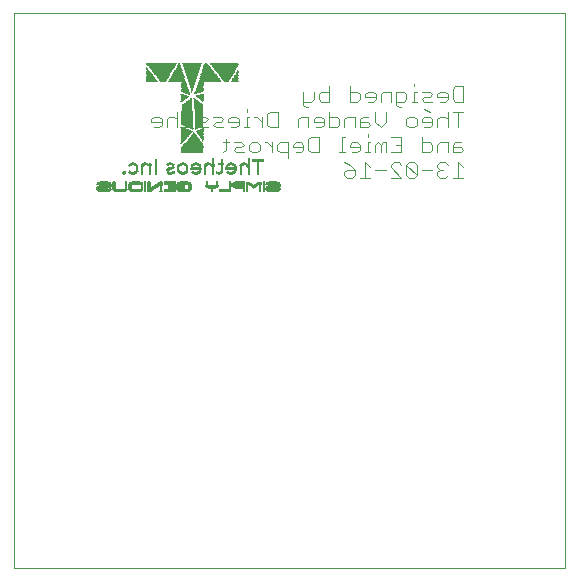
<source format=gbo>
G75*
%MOIN*%
%OFA0B0*%
%FSLAX25Y25*%
%IPPOS*%
%LPD*%
%AMOC8*
5,1,8,0,0,1.08239X$1,22.5*
%
%ADD10C,0.00000*%
%ADD11C,0.00400*%
%ADD12R,0.02820X0.00060*%
%ADD13R,0.00840X0.00060*%
%ADD14R,0.00900X0.00060*%
%ADD15R,0.03780X0.00060*%
%ADD16R,0.02880X0.00060*%
%ADD17R,0.04080X0.00060*%
%ADD18R,0.00960X0.00060*%
%ADD19R,0.02820X0.00060*%
%ADD20R,0.03660X0.00060*%
%ADD21R,0.03900X0.00060*%
%ADD22R,0.03600X0.00060*%
%ADD23R,0.04140X0.00060*%
%ADD24R,0.01020X0.00060*%
%ADD25R,0.01080X0.00060*%
%ADD26R,0.03960X0.00060*%
%ADD27R,0.01200X0.00060*%
%ADD28R,0.01260X0.00060*%
%ADD29R,0.04320X0.00060*%
%ADD30R,0.04320X0.00060*%
%ADD31R,0.01380X0.00060*%
%ADD32R,0.04440X0.00060*%
%ADD33R,0.01440X0.00060*%
%ADD34R,0.04620X0.00060*%
%ADD35R,0.04560X0.00060*%
%ADD36R,0.01560X0.00060*%
%ADD37R,0.04620X0.00060*%
%ADD38R,0.04680X0.00060*%
%ADD39R,0.01620X0.00060*%
%ADD40R,0.04740X0.00060*%
%ADD41R,0.04800X0.00060*%
%ADD42R,0.01680X0.00060*%
%ADD43R,0.04860X0.00060*%
%ADD44R,0.01800X0.00060*%
%ADD45R,0.04920X0.00060*%
%ADD46R,0.01860X0.00060*%
%ADD47R,0.04920X0.00060*%
%ADD48R,0.01980X0.00060*%
%ADD49R,0.04980X0.00060*%
%ADD50R,0.02040X0.00060*%
%ADD51R,0.03840X0.00060*%
%ADD52R,0.02160X0.00060*%
%ADD53R,0.01020X0.00060*%
%ADD54R,0.02220X0.00060*%
%ADD55R,0.02280X0.00060*%
%ADD56R,0.02400X0.00060*%
%ADD57R,0.02460X0.00060*%
%ADD58R,0.02580X0.00060*%
%ADD59R,0.02640X0.00060*%
%ADD60R,0.02760X0.00060*%
%ADD61R,0.00120X0.00060*%
%ADD62R,0.03360X0.00060*%
%ADD63R,0.02340X0.00060*%
%ADD64R,0.03000X0.00060*%
%ADD65R,0.01740X0.00060*%
%ADD66R,0.00240X0.00060*%
%ADD67R,0.03720X0.00060*%
%ADD68R,0.03060X0.00060*%
%ADD69R,0.02640X0.00060*%
%ADD70R,0.00480X0.00060*%
%ADD71R,0.03420X0.00060*%
%ADD72R,0.04380X0.00060*%
%ADD73R,0.04500X0.00060*%
%ADD74R,0.00660X0.00060*%
%ADD75R,0.01740X0.00060*%
%ADD76R,0.04200X0.00060*%
%ADD77R,0.04020X0.00060*%
%ADD78R,0.01440X0.00060*%
%ADD79R,0.04260X0.00060*%
%ADD80R,0.01920X0.00060*%
%ADD81R,0.04440X0.00060*%
%ADD82R,0.02520X0.00060*%
%ADD83R,0.02940X0.00060*%
%ADD84R,0.02700X0.00060*%
%ADD85R,0.02520X0.00060*%
%ADD86R,0.01320X0.00060*%
%ADD87R,0.02100X0.00060*%
%ADD88R,0.02040X0.00060*%
%ADD89R,0.01920X0.00060*%
%ADD90R,0.01500X0.00060*%
%ADD91R,0.01140X0.00060*%
%ADD92R,0.00240X0.00060*%
%ADD93R,0.00420X0.00060*%
%ADD94R,0.00360X0.00060*%
%ADD95R,0.00780X0.00060*%
%ADD96R,0.00720X0.00060*%
%ADD97R,0.00720X0.00060*%
%ADD98R,0.00540X0.00060*%
%ADD99R,0.00840X0.00060*%
%ADD100R,0.00120X0.00060*%
%ADD101R,0.00600X0.00060*%
%ADD102R,0.00300X0.00060*%
%ADD103R,0.00060X0.00060*%
%ADD104R,0.01140X0.00060*%
%ADD105R,0.00180X0.00060*%
%ADD106R,0.00420X0.00060*%
%ADD107R,0.01320X0.00060*%
%ADD108R,0.03240X0.00060*%
%ADD109R,0.03300X0.00060*%
%ADD110R,0.02940X0.00060*%
%ADD111R,0.02220X0.00060*%
%ADD112R,0.01620X0.00060*%
%ADD113R,0.07320X0.00060*%
%ADD114R,0.07380X0.00060*%
%ADD115R,0.07320X0.00060*%
%ADD116R,0.07260X0.00060*%
%ADD117R,0.07200X0.00060*%
%ADD118R,0.07140X0.00060*%
%ADD119R,0.07080X0.00060*%
%ADD120R,0.07020X0.00060*%
%ADD121R,0.06960X0.00060*%
%ADD122R,0.06900X0.00060*%
%ADD123R,0.06840X0.00060*%
%ADD124R,0.06780X0.00060*%
%ADD125R,0.06660X0.00060*%
%ADD126R,0.06600X0.00060*%
%ADD127R,0.06540X0.00060*%
%ADD128R,0.06420X0.00060*%
%ADD129R,0.06360X0.00060*%
%ADD130R,0.06300X0.00060*%
%ADD131R,0.06180X0.00060*%
%ADD132R,0.06060X0.00060*%
%ADD133R,0.05940X0.00060*%
%ADD134R,0.05880X0.00060*%
%ADD135R,0.05760X0.00060*%
%ADD136R,0.05640X0.00060*%
%ADD137R,0.05520X0.00060*%
%ADD138R,0.05400X0.00060*%
%ADD139R,0.05280X0.00060*%
%ADD140R,0.05220X0.00060*%
%ADD141R,0.05100X0.00060*%
%ADD142R,0.03540X0.00060*%
%ADD143R,0.03480X0.00060*%
%ADD144R,0.03240X0.00060*%
%ADD145R,0.03120X0.00060*%
%ADD146R,0.00540X0.00060*%
%ADD147R,0.03180X0.00060*%
%ADD148R,0.03420X0.00060*%
%ADD149R,0.03720X0.00060*%
%ADD150R,0.02340X0.00060*%
%ADD151R,0.07620X0.00060*%
%ADD152R,0.05820X0.00060*%
%ADD153R,0.07560X0.00060*%
%ADD154R,0.07440X0.00060*%
%ADD155R,0.05700X0.00060*%
%ADD156R,0.05460X0.00060*%
%ADD157R,0.07020X0.00060*%
%ADD158R,0.05340X0.00060*%
%ADD159R,0.05160X0.00060*%
%ADD160R,0.06720X0.00060*%
%ADD161R,0.03120X0.00060*%
%ADD162R,0.05040X0.00060*%
%ADD163R,0.06540X0.00060*%
%ADD164R,0.06480X0.00060*%
%ADD165R,0.06120X0.00060*%
%ADD166R,0.05940X0.00060*%
%ADD167R,0.04020X0.00060*%
%ADD168R,0.05580X0.00060*%
%ADD169R,0.03540X0.00060*%
%ADD170R,0.05520X0.00060*%
%ADD171R,0.05340X0.00060*%
%ADD172R,0.05820X0.00060*%
%ADD173R,0.06000X0.00060*%
%ADD174R,0.06240X0.00060*%
%ADD175R,0.06720X0.00060*%
%ADD176R,0.07500X0.00060*%
%ADD177R,0.07620X0.00060*%
%ADD178R,0.07680X0.00060*%
%ADD179R,0.07440X0.00060*%
%ADD180R,0.07800X0.00060*%
%ADD181R,0.07920X0.00060*%
%ADD182R,0.07740X0.00060*%
%ADD183R,0.08040X0.00060*%
%ADD184R,0.08100X0.00060*%
%ADD185R,0.07860X0.00060*%
%ADD186R,0.08220X0.00060*%
%ADD187R,0.07980X0.00060*%
%ADD188R,0.08340X0.00060*%
%ADD189R,0.08160X0.00060*%
%ADD190R,0.08460X0.00060*%
%ADD191R,0.08520X0.00060*%
%ADD192R,0.08280X0.00060*%
%ADD193R,0.08640X0.00060*%
%ADD194R,0.08400X0.00060*%
%ADD195R,0.08760X0.00060*%
%ADD196R,0.08580X0.00060*%
%ADD197R,0.08880X0.00060*%
%ADD198R,0.08940X0.00060*%
%ADD199R,0.08700X0.00060*%
%ADD200R,0.09060X0.00060*%
%ADD201R,0.08820X0.00060*%
%ADD202R,0.09180X0.00060*%
%ADD203R,0.09240X0.00060*%
%ADD204R,0.09360X0.00060*%
%ADD205R,0.09000X0.00060*%
%ADD206R,0.09480X0.00060*%
%ADD207R,0.09120X0.00060*%
%ADD208R,0.09600X0.00060*%
%ADD209R,0.09660X0.00060*%
%ADD210R,0.09780X0.00060*%
%ADD211R,0.09240X0.00060*%
%ADD212R,0.09900X0.00060*%
%ADD213R,0.09300X0.00060*%
%ADD214R,0.09960X0.00060*%
%ADD215R,0.09420X0.00060*%
%ADD216R,0.10020X0.00060*%
%ADD217R,0.10080X0.00060*%
D10*
X0001800Y0001800D02*
X0001800Y0186761D01*
X0185501Y0186761D01*
X0185501Y0001800D01*
X0001800Y0001800D01*
D11*
X0112903Y0132000D02*
X0112036Y0132867D01*
X0112036Y0133735D01*
X0112903Y0134602D01*
X0115505Y0134602D01*
X0115505Y0132867D01*
X0114638Y0132000D01*
X0112903Y0132000D01*
X0115505Y0134602D02*
X0113770Y0136337D01*
X0112036Y0137204D01*
X0112068Y0140400D02*
X0110333Y0140400D01*
X0111200Y0140400D02*
X0111200Y0145604D01*
X0112068Y0145604D01*
X0114622Y0143870D02*
X0113754Y0143002D01*
X0113754Y0142135D01*
X0117224Y0142135D01*
X0117224Y0143002D02*
X0116357Y0143870D01*
X0114622Y0143870D01*
X0117224Y0143002D02*
X0117224Y0141267D01*
X0116357Y0140400D01*
X0114622Y0140400D01*
X0118927Y0140400D02*
X0120662Y0140400D01*
X0119794Y0140400D02*
X0119794Y0143870D01*
X0120662Y0143870D01*
X0122348Y0143002D02*
X0122348Y0140400D01*
X0124083Y0140400D02*
X0124083Y0143002D01*
X0123216Y0143870D01*
X0122348Y0143002D01*
X0124083Y0143002D02*
X0124951Y0143870D01*
X0125818Y0143870D01*
X0125818Y0140400D01*
X0127505Y0140400D02*
X0130974Y0140400D01*
X0130974Y0145604D01*
X0127505Y0145604D01*
X0129240Y0143002D02*
X0130974Y0143002D01*
X0130107Y0137204D02*
X0130974Y0136337D01*
X0130107Y0137204D02*
X0128372Y0137204D01*
X0127505Y0136337D01*
X0127505Y0135470D01*
X0130974Y0132000D01*
X0127505Y0132000D01*
X0125818Y0134602D02*
X0122348Y0134602D01*
X0120662Y0135470D02*
X0118927Y0137204D01*
X0118927Y0132000D01*
X0120662Y0132000D02*
X0117192Y0132000D01*
X0119794Y0145604D02*
X0119794Y0146472D01*
X0119794Y0148800D02*
X0117192Y0148800D01*
X0117192Y0151402D01*
X0118059Y0152270D01*
X0119794Y0152270D01*
X0119794Y0150535D02*
X0117192Y0150535D01*
X0115505Y0148800D02*
X0115505Y0152270D01*
X0112903Y0152270D01*
X0112036Y0151402D01*
X0112036Y0148800D01*
X0110349Y0149667D02*
X0110349Y0151402D01*
X0109481Y0152270D01*
X0106879Y0152270D01*
X0106879Y0154004D02*
X0106879Y0148800D01*
X0109481Y0148800D01*
X0110349Y0149667D01*
X0105192Y0149667D02*
X0104325Y0148800D01*
X0102590Y0148800D01*
X0101723Y0150535D02*
X0105192Y0150535D01*
X0105192Y0151402D02*
X0105192Y0149667D01*
X0105192Y0151402D02*
X0104325Y0152270D01*
X0102590Y0152270D01*
X0101723Y0151402D01*
X0101723Y0150535D01*
X0100036Y0148800D02*
X0100036Y0152270D01*
X0097434Y0152270D01*
X0096566Y0151402D01*
X0096566Y0148800D01*
X0095715Y0143870D02*
X0094848Y0143002D01*
X0094848Y0142135D01*
X0098317Y0142135D01*
X0098317Y0143002D02*
X0097450Y0143870D01*
X0095715Y0143870D01*
X0093161Y0143870D02*
X0090559Y0143870D01*
X0089691Y0143002D01*
X0089691Y0141267D01*
X0090559Y0140400D01*
X0093161Y0140400D01*
X0093161Y0138665D02*
X0093161Y0143870D01*
X0095715Y0140400D02*
X0097450Y0140400D01*
X0098317Y0141267D01*
X0098317Y0143002D01*
X0100004Y0141267D02*
X0100004Y0144737D01*
X0100871Y0145604D01*
X0103474Y0145604D01*
X0103474Y0140400D01*
X0100871Y0140400D01*
X0100004Y0141267D01*
X0089723Y0148800D02*
X0087121Y0148800D01*
X0086254Y0149667D01*
X0086254Y0153137D01*
X0087121Y0154004D01*
X0089723Y0154004D01*
X0089723Y0148800D01*
X0088004Y0143870D02*
X0088004Y0140400D01*
X0088004Y0142135D02*
X0086270Y0143870D01*
X0085402Y0143870D01*
X0083707Y0143002D02*
X0083707Y0141267D01*
X0082840Y0140400D01*
X0081105Y0140400D01*
X0080238Y0141267D01*
X0080238Y0143002D01*
X0081105Y0143870D01*
X0082840Y0143870D01*
X0083707Y0143002D01*
X0078551Y0143002D02*
X0077684Y0143870D01*
X0075081Y0143870D01*
X0073395Y0143870D02*
X0071660Y0143870D01*
X0072527Y0144737D02*
X0072527Y0141267D01*
X0071660Y0140400D01*
X0075081Y0141267D02*
X0075949Y0142135D01*
X0077684Y0142135D01*
X0078551Y0143002D01*
X0078551Y0140400D02*
X0075949Y0140400D01*
X0075081Y0141267D01*
X0074230Y0148800D02*
X0075965Y0148800D01*
X0076832Y0149667D01*
X0076832Y0151402D01*
X0075965Y0152270D01*
X0074230Y0152270D01*
X0073363Y0151402D01*
X0073363Y0150535D01*
X0076832Y0150535D01*
X0078535Y0148800D02*
X0080270Y0148800D01*
X0079402Y0148800D02*
X0079402Y0152270D01*
X0080270Y0152270D01*
X0081965Y0152270D02*
X0082832Y0152270D01*
X0084567Y0150535D01*
X0084567Y0148800D02*
X0084567Y0152270D01*
X0079402Y0154004D02*
X0079402Y0154872D01*
X0071676Y0151402D02*
X0070808Y0152270D01*
X0068206Y0152270D01*
X0066519Y0151402D02*
X0065652Y0152270D01*
X0063050Y0152270D01*
X0061363Y0151402D02*
X0061363Y0149667D01*
X0060496Y0148800D01*
X0057893Y0148800D01*
X0056207Y0148800D02*
X0056207Y0154004D01*
X0055339Y0152270D02*
X0053604Y0152270D01*
X0052737Y0151402D01*
X0052737Y0148800D01*
X0051050Y0149667D02*
X0051050Y0151402D01*
X0050183Y0152270D01*
X0048448Y0152270D01*
X0047581Y0151402D01*
X0047581Y0150535D01*
X0051050Y0150535D01*
X0051050Y0149667D02*
X0050183Y0148800D01*
X0048448Y0148800D01*
X0055339Y0152270D02*
X0056207Y0151402D01*
X0057893Y0152270D02*
X0060496Y0152270D01*
X0061363Y0151402D01*
X0063050Y0149667D02*
X0063917Y0150535D01*
X0065652Y0150535D01*
X0066519Y0151402D01*
X0068206Y0149667D02*
X0069074Y0150535D01*
X0070808Y0150535D01*
X0071676Y0151402D01*
X0071676Y0148800D02*
X0069074Y0148800D01*
X0068206Y0149667D01*
X0066519Y0148800D02*
X0063917Y0148800D01*
X0063050Y0149667D01*
X0098285Y0156333D02*
X0099153Y0155465D01*
X0100020Y0155465D01*
X0098285Y0156333D02*
X0098285Y0160670D01*
X0101755Y0160670D02*
X0101755Y0158067D01*
X0100887Y0157200D01*
X0098285Y0157200D01*
X0103442Y0158067D02*
X0103442Y0159802D01*
X0104309Y0160670D01*
X0106911Y0160670D01*
X0106911Y0162404D02*
X0106911Y0157200D01*
X0104309Y0157200D01*
X0103442Y0158067D01*
X0113754Y0157200D02*
X0116357Y0157200D01*
X0117224Y0158067D01*
X0117224Y0159802D01*
X0116357Y0160670D01*
X0113754Y0160670D01*
X0113754Y0162404D02*
X0113754Y0157200D01*
X0118911Y0158935D02*
X0122380Y0158935D01*
X0122380Y0159802D02*
X0121513Y0160670D01*
X0119778Y0160670D01*
X0118911Y0159802D01*
X0118911Y0158935D01*
X0119778Y0157200D02*
X0121513Y0157200D01*
X0122380Y0158067D01*
X0122380Y0159802D01*
X0124067Y0159802D02*
X0124067Y0157200D01*
X0124067Y0159802D02*
X0124935Y0160670D01*
X0127537Y0160670D01*
X0127537Y0157200D01*
X0129224Y0157200D02*
X0131826Y0157200D01*
X0132693Y0158067D01*
X0132693Y0159802D01*
X0131826Y0160670D01*
X0129224Y0160670D01*
X0129224Y0156333D01*
X0130091Y0155465D01*
X0130958Y0155465D01*
X0134396Y0157200D02*
X0136131Y0157200D01*
X0135263Y0157200D02*
X0135263Y0160670D01*
X0136131Y0160670D01*
X0137818Y0160670D02*
X0140420Y0160670D01*
X0141287Y0159802D01*
X0140420Y0158935D01*
X0138685Y0158935D01*
X0137818Y0158067D01*
X0138685Y0157200D01*
X0141287Y0157200D01*
X0142974Y0158935D02*
X0146444Y0158935D01*
X0146444Y0159802D02*
X0145576Y0160670D01*
X0143841Y0160670D01*
X0142974Y0159802D01*
X0142974Y0158935D01*
X0143841Y0157200D02*
X0145576Y0157200D01*
X0146444Y0158067D01*
X0146444Y0159802D01*
X0148130Y0158067D02*
X0148130Y0161537D01*
X0148998Y0162404D01*
X0151600Y0162404D01*
X0151600Y0157200D01*
X0148998Y0157200D01*
X0148130Y0158067D01*
X0148130Y0154004D02*
X0151600Y0154004D01*
X0149865Y0154004D02*
X0149865Y0148800D01*
X0146444Y0148800D02*
X0146444Y0154004D01*
X0145576Y0152270D02*
X0143841Y0152270D01*
X0142974Y0151402D01*
X0142974Y0148800D01*
X0141287Y0149667D02*
X0141287Y0151402D01*
X0140420Y0152270D01*
X0138685Y0152270D01*
X0137818Y0151402D01*
X0137818Y0150535D01*
X0141287Y0150535D01*
X0141287Y0149667D02*
X0140420Y0148800D01*
X0138685Y0148800D01*
X0136131Y0149667D02*
X0135263Y0148800D01*
X0133529Y0148800D01*
X0132661Y0149667D01*
X0132661Y0151402D01*
X0133529Y0152270D01*
X0135263Y0152270D01*
X0136131Y0151402D01*
X0136131Y0149667D01*
X0137818Y0145604D02*
X0137818Y0140400D01*
X0140420Y0140400D01*
X0141287Y0141267D01*
X0141287Y0143002D01*
X0140420Y0143870D01*
X0137818Y0143870D01*
X0142974Y0143002D02*
X0142974Y0140400D01*
X0142974Y0143002D02*
X0143841Y0143870D01*
X0146444Y0143870D01*
X0146444Y0140400D01*
X0148130Y0140400D02*
X0148130Y0143002D01*
X0148998Y0143870D01*
X0150733Y0143870D01*
X0150733Y0142135D02*
X0148130Y0142135D01*
X0148130Y0140400D02*
X0150733Y0140400D01*
X0151600Y0141267D01*
X0150733Y0142135D01*
X0149865Y0137204D02*
X0149865Y0132000D01*
X0151600Y0132000D02*
X0148130Y0132000D01*
X0146444Y0132867D02*
X0145576Y0132000D01*
X0143841Y0132000D01*
X0142974Y0132867D01*
X0142974Y0133735D01*
X0143841Y0134602D01*
X0144709Y0134602D01*
X0143841Y0134602D02*
X0142974Y0135470D01*
X0142974Y0136337D01*
X0143841Y0137204D01*
X0145576Y0137204D01*
X0146444Y0136337D01*
X0149865Y0137204D02*
X0151600Y0135470D01*
X0141287Y0134602D02*
X0137818Y0134602D01*
X0136131Y0132867D02*
X0132661Y0136337D01*
X0132661Y0132867D01*
X0133529Y0132000D01*
X0135263Y0132000D01*
X0136131Y0132867D01*
X0136131Y0136337D01*
X0135263Y0137204D01*
X0133529Y0137204D01*
X0132661Y0136337D01*
X0124083Y0148800D02*
X0122348Y0150535D01*
X0122348Y0154004D01*
X0125818Y0154004D02*
X0125818Y0150535D01*
X0124083Y0148800D01*
X0120662Y0149667D02*
X0119794Y0148800D01*
X0120662Y0149667D02*
X0119794Y0150535D01*
X0135263Y0162404D02*
X0135263Y0163272D01*
X0138685Y0154872D02*
X0140420Y0154004D01*
X0145576Y0152270D02*
X0146444Y0151402D01*
D12*
X0088320Y0127080D03*
X0074220Y0133440D03*
X0074280Y0136140D03*
X0062520Y0136140D03*
X0058140Y0136140D03*
X0058140Y0133440D03*
X0054180Y0133500D03*
X0054180Y0133560D03*
X0042420Y0127080D03*
X0037140Y0127080D03*
X0059040Y0146160D03*
X0059040Y0147540D03*
X0060120Y0149040D03*
X0059820Y0156300D03*
X0066240Y0168060D03*
D13*
X0065850Y0169800D03*
X0056970Y0169260D03*
X0056970Y0169200D03*
X0061290Y0161400D03*
X0062610Y0159960D03*
X0064590Y0159480D03*
X0064590Y0157740D03*
X0062310Y0157620D03*
X0060750Y0157680D03*
X0058050Y0159360D03*
X0058050Y0148320D03*
X0061170Y0148260D03*
X0061950Y0146220D03*
X0064590Y0145080D03*
X0064590Y0145020D03*
X0058050Y0143940D03*
X0053970Y0136680D03*
X0054990Y0135480D03*
X0056610Y0135120D03*
X0056670Y0135360D03*
X0056610Y0134460D03*
X0056670Y0134280D03*
X0056670Y0134220D03*
X0059550Y0134100D03*
X0059610Y0134160D03*
X0059610Y0134220D03*
X0059670Y0134400D03*
X0059670Y0134460D03*
X0059670Y0135180D03*
X0059670Y0135240D03*
X0059610Y0135360D03*
X0059610Y0135420D03*
X0059550Y0135480D03*
X0059550Y0135540D03*
X0061170Y0135480D03*
X0061290Y0135720D03*
X0062550Y0136680D03*
X0063810Y0135720D03*
X0063870Y0135600D03*
X0063870Y0133980D03*
X0063810Y0133920D03*
X0065670Y0133920D03*
X0065670Y0133980D03*
X0065670Y0134040D03*
X0065670Y0134100D03*
X0065670Y0134160D03*
X0065670Y0134220D03*
X0065670Y0134280D03*
X0065670Y0134340D03*
X0065670Y0134400D03*
X0065670Y0134460D03*
X0065670Y0134520D03*
X0065670Y0134580D03*
X0065670Y0134640D03*
X0065670Y0134700D03*
X0065670Y0134760D03*
X0065670Y0134820D03*
X0065670Y0134880D03*
X0065670Y0134940D03*
X0065670Y0135000D03*
X0065670Y0135060D03*
X0065670Y0135120D03*
X0065670Y0135180D03*
X0065670Y0135240D03*
X0065670Y0135300D03*
X0065670Y0133860D03*
X0065670Y0133800D03*
X0065670Y0133740D03*
X0065670Y0133680D03*
X0065670Y0133620D03*
X0065670Y0133560D03*
X0065670Y0133500D03*
X0065670Y0133440D03*
X0065670Y0133380D03*
X0065670Y0133320D03*
X0065670Y0133260D03*
X0065670Y0133200D03*
X0065670Y0133140D03*
X0065670Y0133080D03*
X0065670Y0133020D03*
X0068310Y0135000D03*
X0068310Y0135060D03*
X0068310Y0135120D03*
X0068310Y0135180D03*
X0068310Y0135240D03*
X0068310Y0135300D03*
X0068310Y0135360D03*
X0071070Y0136680D03*
X0072990Y0135660D03*
X0072870Y0135300D03*
X0071010Y0133860D03*
X0071010Y0133800D03*
X0070950Y0133740D03*
X0073710Y0130380D03*
X0075510Y0133860D03*
X0075570Y0133920D03*
X0075570Y0135660D03*
X0077490Y0135600D03*
X0080010Y0135420D03*
X0080010Y0135360D03*
X0080010Y0135300D03*
X0083070Y0135300D03*
X0083070Y0135360D03*
X0083070Y0135420D03*
X0083070Y0135480D03*
X0083070Y0135540D03*
X0083070Y0135600D03*
X0083070Y0135660D03*
X0083070Y0135720D03*
X0083070Y0135780D03*
X0083070Y0135840D03*
X0083070Y0135900D03*
X0083070Y0135960D03*
X0083070Y0136020D03*
X0083070Y0136080D03*
X0083070Y0136140D03*
X0083070Y0136200D03*
X0083070Y0136260D03*
X0083070Y0136320D03*
X0083070Y0136380D03*
X0083070Y0136440D03*
X0083070Y0136500D03*
X0083070Y0136560D03*
X0083070Y0136620D03*
X0083070Y0136680D03*
X0083070Y0136740D03*
X0083070Y0136800D03*
X0083070Y0136860D03*
X0083070Y0136920D03*
X0083070Y0136980D03*
X0083070Y0137040D03*
X0083070Y0135240D03*
X0083070Y0135180D03*
X0083070Y0135120D03*
X0083070Y0135060D03*
X0083070Y0135000D03*
X0083070Y0134940D03*
X0083070Y0134880D03*
X0083070Y0134820D03*
X0083070Y0134760D03*
X0083070Y0134700D03*
X0083070Y0134640D03*
X0083070Y0134580D03*
X0083070Y0134520D03*
X0083070Y0134460D03*
X0083070Y0134400D03*
X0083070Y0134340D03*
X0083070Y0134280D03*
X0083070Y0134220D03*
X0083070Y0134160D03*
X0083070Y0134100D03*
X0083070Y0134040D03*
X0083070Y0133980D03*
X0083070Y0133920D03*
X0083070Y0133860D03*
X0083070Y0133800D03*
X0083070Y0133740D03*
X0083070Y0133680D03*
X0083070Y0133620D03*
X0083070Y0133560D03*
X0083070Y0133500D03*
X0083070Y0133440D03*
X0083070Y0133380D03*
X0083070Y0133320D03*
X0083070Y0133260D03*
X0083070Y0133200D03*
X0083070Y0133140D03*
X0083070Y0133080D03*
X0083070Y0133020D03*
X0083910Y0129360D03*
X0083910Y0129300D03*
X0083910Y0129240D03*
X0083910Y0129180D03*
X0083910Y0129120D03*
X0083910Y0129060D03*
X0083910Y0129000D03*
X0083910Y0128940D03*
X0083910Y0128880D03*
X0083910Y0128820D03*
X0083910Y0128760D03*
X0083910Y0128700D03*
X0083910Y0128640D03*
X0083910Y0128580D03*
X0083910Y0128520D03*
X0083910Y0128460D03*
X0083910Y0128400D03*
X0083910Y0128340D03*
X0083910Y0128280D03*
X0083910Y0128220D03*
X0083910Y0128160D03*
X0083910Y0128100D03*
X0083910Y0128040D03*
X0083910Y0127980D03*
X0083910Y0127920D03*
X0083910Y0127860D03*
X0083910Y0127800D03*
X0083910Y0127740D03*
X0083910Y0127680D03*
X0083910Y0127620D03*
X0083910Y0127560D03*
X0083910Y0127500D03*
X0083910Y0127440D03*
X0083910Y0127380D03*
X0083910Y0127320D03*
X0083910Y0127260D03*
X0083910Y0127200D03*
X0083910Y0127140D03*
X0083910Y0127080D03*
X0085050Y0127080D03*
X0081750Y0128580D03*
X0079590Y0128580D03*
X0079590Y0128640D03*
X0079590Y0128700D03*
X0079590Y0128760D03*
X0079590Y0128820D03*
X0079590Y0128880D03*
X0079590Y0128940D03*
X0079590Y0129000D03*
X0079590Y0129060D03*
X0079590Y0129120D03*
X0079590Y0129180D03*
X0079590Y0129240D03*
X0079590Y0129360D03*
X0079590Y0128520D03*
X0079590Y0128460D03*
X0079590Y0128400D03*
X0079590Y0128340D03*
X0079590Y0128280D03*
X0079590Y0128220D03*
X0079590Y0128160D03*
X0079590Y0128100D03*
X0079590Y0128040D03*
X0079590Y0127980D03*
X0079590Y0127920D03*
X0079590Y0127860D03*
X0079590Y0127800D03*
X0079590Y0127740D03*
X0079590Y0127680D03*
X0079590Y0127620D03*
X0079590Y0127560D03*
X0079590Y0127500D03*
X0079590Y0127440D03*
X0079590Y0127380D03*
X0079590Y0127320D03*
X0079590Y0127260D03*
X0079590Y0127200D03*
X0079590Y0127140D03*
X0079590Y0127080D03*
X0053070Y0133800D03*
X0053070Y0134160D03*
X0047250Y0135360D03*
X0047250Y0135420D03*
X0044670Y0135420D03*
X0044670Y0135480D03*
X0044670Y0135360D03*
X0044670Y0135300D03*
X0044670Y0135240D03*
X0042990Y0135120D03*
X0042870Y0135480D03*
X0042990Y0134520D03*
X0042990Y0134460D03*
X0042870Y0134160D03*
X0045690Y0130380D03*
X0045690Y0127080D03*
X0046470Y0167400D03*
X0046470Y0167460D03*
X0076170Y0166260D03*
D14*
X0076140Y0166200D03*
X0076140Y0166140D03*
X0064560Y0157800D03*
X0060720Y0157620D03*
X0058080Y0157620D03*
X0061260Y0161460D03*
X0061260Y0161520D03*
X0056940Y0169140D03*
X0046500Y0167340D03*
X0062820Y0148320D03*
X0064560Y0147840D03*
X0064560Y0145140D03*
X0058080Y0144000D03*
X0058140Y0136680D03*
X0056880Y0135720D03*
X0056820Y0135660D03*
X0056820Y0135600D03*
X0056760Y0135540D03*
X0056760Y0134040D03*
X0056820Y0133980D03*
X0055020Y0133680D03*
X0054960Y0135420D03*
X0054900Y0135960D03*
X0053100Y0134220D03*
X0053160Y0133680D03*
X0055380Y0129540D03*
X0055380Y0129480D03*
X0055380Y0129420D03*
X0055380Y0129360D03*
X0055380Y0129300D03*
X0055380Y0129240D03*
X0055380Y0129180D03*
X0055380Y0128280D03*
X0055380Y0128220D03*
X0055380Y0128160D03*
X0055380Y0128100D03*
X0055380Y0128040D03*
X0055380Y0127980D03*
X0055380Y0127920D03*
X0059460Y0133920D03*
X0059460Y0133980D03*
X0059520Y0134040D03*
X0059520Y0135600D03*
X0059460Y0135660D03*
X0061320Y0135780D03*
X0061380Y0135840D03*
X0063720Y0135780D03*
X0063780Y0133860D03*
X0063720Y0133800D03*
X0065760Y0135660D03*
X0065820Y0135780D03*
X0068280Y0135480D03*
X0068280Y0135420D03*
X0070920Y0133680D03*
X0073020Y0135720D03*
X0073080Y0135780D03*
X0074280Y0136680D03*
X0075420Y0135840D03*
X0075480Y0135780D03*
X0075540Y0135720D03*
X0077460Y0135540D03*
X0077520Y0135660D03*
X0077520Y0135720D03*
X0079980Y0135540D03*
X0079980Y0135480D03*
X0079620Y0130260D03*
X0079620Y0129300D03*
X0078420Y0127080D03*
X0085080Y0127140D03*
X0085080Y0127200D03*
X0085080Y0127260D03*
X0085080Y0127320D03*
X0085080Y0127380D03*
X0085080Y0127440D03*
X0085080Y0127500D03*
X0085080Y0127560D03*
X0085080Y0127620D03*
X0085080Y0127680D03*
X0085080Y0127740D03*
X0085080Y0127800D03*
X0085080Y0127860D03*
X0085080Y0127920D03*
X0085080Y0127980D03*
X0085080Y0128040D03*
X0085080Y0128100D03*
X0085080Y0128160D03*
X0085080Y0128220D03*
X0085080Y0128280D03*
X0085080Y0128340D03*
X0085080Y0128400D03*
X0085080Y0128460D03*
X0085080Y0128520D03*
X0085080Y0128580D03*
X0085080Y0128640D03*
X0085080Y0128700D03*
X0085080Y0128760D03*
X0085080Y0128820D03*
X0085080Y0128880D03*
X0085080Y0128940D03*
X0085080Y0129000D03*
X0085080Y0129060D03*
X0085080Y0129120D03*
X0085080Y0129180D03*
X0085080Y0129240D03*
X0085080Y0129300D03*
X0085080Y0129360D03*
X0085080Y0129420D03*
X0085080Y0129480D03*
X0085080Y0129540D03*
X0085080Y0129600D03*
X0085080Y0129660D03*
X0085080Y0129720D03*
X0085080Y0129780D03*
X0085080Y0129840D03*
X0085080Y0129900D03*
X0085080Y0129960D03*
X0085080Y0130020D03*
X0085080Y0130080D03*
X0085080Y0130140D03*
X0085080Y0130200D03*
X0085080Y0130260D03*
X0085080Y0130320D03*
X0085080Y0130380D03*
X0069540Y0130380D03*
X0066060Y0130380D03*
X0067800Y0127080D03*
X0047220Y0135480D03*
X0047220Y0135540D03*
X0044760Y0135660D03*
X0044760Y0135720D03*
X0042900Y0135420D03*
X0042840Y0135540D03*
X0042780Y0135600D03*
X0042900Y0134220D03*
X0042840Y0134100D03*
X0041400Y0136680D03*
X0038700Y0133680D03*
X0038700Y0133140D03*
X0045660Y0130320D03*
X0045660Y0130260D03*
X0045660Y0130200D03*
X0045660Y0130140D03*
X0045660Y0130080D03*
X0045660Y0130020D03*
X0045660Y0129960D03*
X0045660Y0129900D03*
X0045660Y0129840D03*
X0045660Y0129780D03*
X0045660Y0129720D03*
X0045660Y0129660D03*
X0045660Y0129600D03*
X0045660Y0129540D03*
X0045660Y0129480D03*
X0045660Y0129420D03*
X0045660Y0129360D03*
X0045660Y0129300D03*
X0045660Y0129240D03*
X0045660Y0129180D03*
X0045660Y0129120D03*
X0045660Y0129060D03*
X0045660Y0129000D03*
X0045660Y0128940D03*
X0045660Y0128880D03*
X0045660Y0128820D03*
X0045660Y0128760D03*
X0045660Y0128700D03*
X0045660Y0128640D03*
X0045660Y0128580D03*
X0045660Y0128520D03*
X0045660Y0128460D03*
X0045660Y0128400D03*
X0045660Y0128340D03*
X0045660Y0128280D03*
X0045660Y0128220D03*
X0045660Y0128160D03*
X0045660Y0128100D03*
X0045660Y0128040D03*
X0045660Y0127980D03*
X0045660Y0127920D03*
X0045660Y0127860D03*
X0045660Y0127800D03*
X0045660Y0127740D03*
X0045660Y0127680D03*
X0045660Y0127620D03*
X0045660Y0127560D03*
X0045660Y0127500D03*
X0045660Y0127440D03*
X0045660Y0127380D03*
X0045660Y0127320D03*
X0045660Y0127260D03*
X0045660Y0127200D03*
X0045660Y0127140D03*
D15*
X0061800Y0144420D03*
X0059520Y0151320D03*
X0059520Y0151380D03*
X0059520Y0151440D03*
X0059520Y0151500D03*
X0059520Y0151560D03*
X0059520Y0151620D03*
X0059520Y0151680D03*
X0059520Y0151740D03*
X0059520Y0151800D03*
X0059520Y0151860D03*
X0059520Y0151920D03*
X0059520Y0151980D03*
X0059520Y0152040D03*
X0059520Y0152100D03*
X0059520Y0152160D03*
X0059520Y0152220D03*
X0059520Y0152280D03*
X0059520Y0152340D03*
X0059520Y0152400D03*
X0059520Y0152460D03*
X0059520Y0152520D03*
X0047940Y0163740D03*
X0056520Y0165960D03*
X0056520Y0166020D03*
X0072540Y0165540D03*
X0083100Y0137820D03*
X0083100Y0137760D03*
X0083100Y0137700D03*
X0083100Y0137640D03*
X0083100Y0137580D03*
X0083100Y0137520D03*
X0083100Y0137460D03*
X0083100Y0137400D03*
X0083100Y0137340D03*
X0083100Y0137280D03*
X0083100Y0137220D03*
X0083100Y0137160D03*
X0083100Y0137100D03*
X0072240Y0127080D03*
X0067800Y0128580D03*
D16*
X0062490Y0133440D03*
X0058650Y0130380D03*
X0058650Y0127080D03*
X0042450Y0130380D03*
X0041490Y0133500D03*
X0041550Y0136020D03*
X0041490Y0136080D03*
X0041430Y0136140D03*
X0031890Y0130380D03*
X0059070Y0146220D03*
X0061830Y0144960D03*
X0063570Y0152400D03*
X0063570Y0152460D03*
X0063570Y0152520D03*
X0063570Y0152580D03*
X0063570Y0152640D03*
X0063570Y0152700D03*
X0063570Y0152760D03*
X0063570Y0152820D03*
X0063570Y0152880D03*
X0063570Y0152940D03*
X0063570Y0153000D03*
X0063570Y0153060D03*
X0063570Y0153120D03*
X0063570Y0153180D03*
X0063570Y0153240D03*
X0063570Y0153300D03*
X0063570Y0153360D03*
X0063570Y0153420D03*
X0063570Y0153480D03*
X0063570Y0153540D03*
X0063570Y0153600D03*
X0063450Y0156060D03*
X0059790Y0156240D03*
X0061290Y0164520D03*
X0061290Y0164580D03*
X0056670Y0166980D03*
X0056670Y0167040D03*
X0051510Y0164700D03*
X0047490Y0164880D03*
X0066270Y0168000D03*
X0088290Y0130380D03*
D17*
X0076830Y0130140D03*
X0076830Y0128580D03*
X0053790Y0127860D03*
X0053790Y0127080D03*
X0053790Y0129600D03*
X0053790Y0130380D03*
X0056490Y0165660D03*
X0056490Y0165720D03*
X0061290Y0166380D03*
X0061290Y0166440D03*
X0066510Y0166920D03*
X0072510Y0165780D03*
D18*
X0076110Y0166020D03*
X0076110Y0166080D03*
X0065850Y0169680D03*
X0065850Y0169740D03*
X0056970Y0169080D03*
X0061290Y0161640D03*
X0061290Y0161580D03*
X0059910Y0159840D03*
X0058110Y0157680D03*
X0062370Y0157560D03*
X0064530Y0157860D03*
X0058110Y0148260D03*
X0058110Y0144060D03*
X0061950Y0146160D03*
X0064530Y0145200D03*
X0063690Y0135840D03*
X0065790Y0135720D03*
X0068250Y0135600D03*
X0068250Y0135540D03*
X0070890Y0133620D03*
X0073290Y0133620D03*
X0075390Y0133740D03*
X0075450Y0133800D03*
X0077550Y0135780D03*
X0077610Y0135840D03*
X0079950Y0135600D03*
X0079650Y0130200D03*
X0078390Y0129540D03*
X0078390Y0129480D03*
X0078390Y0129420D03*
X0078390Y0129360D03*
X0078390Y0129300D03*
X0078390Y0129240D03*
X0078390Y0129180D03*
X0078390Y0128280D03*
X0078390Y0128220D03*
X0078390Y0128160D03*
X0078390Y0128100D03*
X0078390Y0128040D03*
X0078390Y0127980D03*
X0078390Y0127920D03*
X0078390Y0127860D03*
X0078390Y0127800D03*
X0078390Y0127740D03*
X0078390Y0127680D03*
X0078390Y0127620D03*
X0078390Y0127560D03*
X0078390Y0127500D03*
X0078390Y0127440D03*
X0078390Y0127380D03*
X0078390Y0127320D03*
X0078390Y0127260D03*
X0078390Y0127200D03*
X0078390Y0127140D03*
X0074970Y0129180D03*
X0074970Y0129240D03*
X0074970Y0129300D03*
X0074970Y0129360D03*
X0074970Y0129420D03*
X0074970Y0129480D03*
X0074970Y0129540D03*
X0073710Y0129540D03*
X0073710Y0129600D03*
X0073710Y0129660D03*
X0073710Y0129720D03*
X0073710Y0129780D03*
X0073710Y0129840D03*
X0073710Y0129900D03*
X0073710Y0129960D03*
X0073710Y0130020D03*
X0073710Y0130080D03*
X0073710Y0130140D03*
X0073710Y0130200D03*
X0073710Y0130260D03*
X0073710Y0130320D03*
X0073710Y0129480D03*
X0073710Y0129420D03*
X0073710Y0129360D03*
X0073710Y0129300D03*
X0073710Y0129240D03*
X0073710Y0129180D03*
X0073710Y0129120D03*
X0073710Y0129060D03*
X0073710Y0129000D03*
X0073710Y0128940D03*
X0073710Y0128880D03*
X0073710Y0128820D03*
X0073710Y0128760D03*
X0073710Y0128700D03*
X0073710Y0128640D03*
X0073710Y0128580D03*
X0073710Y0128520D03*
X0073710Y0128460D03*
X0073710Y0128400D03*
X0073710Y0128340D03*
X0073710Y0128280D03*
X0073710Y0128220D03*
X0073710Y0128160D03*
X0073710Y0128100D03*
X0073710Y0128040D03*
X0073710Y0127980D03*
X0073710Y0127920D03*
X0069510Y0129180D03*
X0069510Y0129240D03*
X0069510Y0129300D03*
X0069510Y0129360D03*
X0069510Y0129420D03*
X0069510Y0129480D03*
X0069510Y0129540D03*
X0069510Y0129600D03*
X0069510Y0129660D03*
X0069510Y0129720D03*
X0069510Y0129780D03*
X0069510Y0129840D03*
X0069510Y0129900D03*
X0069510Y0129960D03*
X0069510Y0130020D03*
X0069510Y0130080D03*
X0069510Y0130140D03*
X0069510Y0130200D03*
X0069510Y0130260D03*
X0069510Y0130320D03*
X0067830Y0128280D03*
X0067830Y0128220D03*
X0067830Y0128160D03*
X0067830Y0128100D03*
X0067830Y0128040D03*
X0067830Y0127980D03*
X0067830Y0127920D03*
X0067830Y0127860D03*
X0067830Y0127800D03*
X0067830Y0127740D03*
X0067830Y0127680D03*
X0067830Y0127620D03*
X0067830Y0127560D03*
X0067830Y0127500D03*
X0067830Y0127440D03*
X0067830Y0127380D03*
X0067830Y0127320D03*
X0067830Y0127260D03*
X0067830Y0127200D03*
X0067830Y0127140D03*
X0066090Y0129180D03*
X0066090Y0129240D03*
X0066090Y0129300D03*
X0066090Y0129360D03*
X0066090Y0129420D03*
X0066090Y0129480D03*
X0066090Y0129540D03*
X0066090Y0129600D03*
X0066090Y0129660D03*
X0066090Y0129720D03*
X0066090Y0129780D03*
X0066090Y0129840D03*
X0066090Y0129900D03*
X0066090Y0129960D03*
X0066090Y0130020D03*
X0066090Y0130080D03*
X0066090Y0130140D03*
X0066090Y0130200D03*
X0066090Y0130260D03*
X0066090Y0130320D03*
X0060630Y0129540D03*
X0060630Y0127920D03*
X0061530Y0133620D03*
X0059370Y0133860D03*
X0059430Y0135720D03*
X0059370Y0135780D03*
X0056970Y0133800D03*
X0056910Y0133860D03*
X0056850Y0133920D03*
X0054870Y0135360D03*
X0054810Y0136020D03*
X0053130Y0134280D03*
X0053190Y0133620D03*
X0050910Y0130380D03*
X0050910Y0129120D03*
X0050910Y0129060D03*
X0050910Y0129000D03*
X0050910Y0128940D03*
X0050910Y0128880D03*
X0050910Y0128820D03*
X0050910Y0128760D03*
X0050910Y0128700D03*
X0050910Y0128640D03*
X0050910Y0128580D03*
X0050910Y0128520D03*
X0050910Y0128460D03*
X0050910Y0128400D03*
X0050910Y0128340D03*
X0050910Y0128280D03*
X0050910Y0128220D03*
X0050910Y0128160D03*
X0050910Y0128100D03*
X0050910Y0128040D03*
X0050910Y0127980D03*
X0050910Y0127920D03*
X0050910Y0127860D03*
X0050910Y0127800D03*
X0050910Y0127740D03*
X0050910Y0127680D03*
X0050910Y0127620D03*
X0050910Y0127560D03*
X0050910Y0127500D03*
X0050910Y0127440D03*
X0050910Y0127380D03*
X0050910Y0127320D03*
X0050910Y0127200D03*
X0050910Y0127080D03*
X0046950Y0127080D03*
X0044430Y0127920D03*
X0044430Y0127980D03*
X0044430Y0128040D03*
X0044430Y0128100D03*
X0044430Y0128160D03*
X0044430Y0128220D03*
X0044430Y0128280D03*
X0044430Y0128340D03*
X0044430Y0128400D03*
X0044430Y0128460D03*
X0044430Y0128520D03*
X0044430Y0128580D03*
X0044430Y0128640D03*
X0044430Y0128700D03*
X0044430Y0128760D03*
X0044430Y0128820D03*
X0044430Y0128880D03*
X0044430Y0128940D03*
X0044430Y0129000D03*
X0044430Y0129060D03*
X0044430Y0129120D03*
X0044430Y0129180D03*
X0044430Y0129240D03*
X0044430Y0129300D03*
X0044430Y0129360D03*
X0044430Y0129420D03*
X0044430Y0129480D03*
X0044430Y0129540D03*
X0046950Y0130380D03*
X0047190Y0135600D03*
X0047190Y0135660D03*
X0044850Y0135840D03*
X0044790Y0135780D03*
X0042750Y0135660D03*
X0042690Y0135720D03*
X0042810Y0134040D03*
X0042750Y0133980D03*
X0040530Y0133680D03*
X0038730Y0133620D03*
X0038730Y0133260D03*
X0038730Y0133200D03*
X0039150Y0130380D03*
X0039150Y0130320D03*
X0039150Y0130260D03*
X0039150Y0130200D03*
X0039150Y0130140D03*
X0039150Y0130080D03*
X0039150Y0130020D03*
X0039150Y0129960D03*
X0039150Y0129900D03*
X0039150Y0129840D03*
X0039150Y0129780D03*
X0039150Y0129720D03*
X0039150Y0129660D03*
X0039150Y0129600D03*
X0039150Y0129540D03*
X0039150Y0129480D03*
X0039150Y0129420D03*
X0039150Y0129360D03*
X0039150Y0129300D03*
X0039150Y0129240D03*
X0039150Y0129180D03*
X0039150Y0129120D03*
X0039150Y0129060D03*
X0039150Y0129000D03*
X0039150Y0128940D03*
X0039150Y0128880D03*
X0039150Y0128820D03*
X0039150Y0128760D03*
X0039150Y0128700D03*
X0039150Y0128640D03*
X0039150Y0128580D03*
X0039150Y0128520D03*
X0039150Y0128460D03*
X0039150Y0128400D03*
X0039150Y0128340D03*
X0039150Y0128280D03*
X0039150Y0128220D03*
X0039150Y0128160D03*
X0039150Y0128100D03*
X0039150Y0128040D03*
X0039150Y0127980D03*
X0035130Y0130380D03*
X0033870Y0129480D03*
X0033870Y0129420D03*
X0033870Y0129360D03*
X0033870Y0129300D03*
X0033870Y0129240D03*
X0033870Y0128100D03*
X0033870Y0128040D03*
X0033870Y0127980D03*
X0073110Y0135840D03*
X0073170Y0135900D03*
X0083850Y0130260D03*
X0086310Y0129480D03*
X0086310Y0129420D03*
X0086310Y0129360D03*
X0086310Y0128220D03*
X0086310Y0128160D03*
X0086310Y0128100D03*
X0086310Y0128040D03*
X0086310Y0127980D03*
X0046530Y0167280D03*
D19*
X0047460Y0164940D03*
X0061260Y0164460D03*
X0072600Y0164820D03*
X0072600Y0164880D03*
X0063600Y0152340D03*
X0063600Y0152280D03*
X0063600Y0152220D03*
X0063600Y0152160D03*
X0063600Y0152100D03*
X0063600Y0152040D03*
X0063600Y0151980D03*
X0063600Y0151920D03*
X0063600Y0151860D03*
X0063600Y0151800D03*
X0063600Y0151740D03*
X0063600Y0151680D03*
X0063600Y0151620D03*
X0063600Y0151560D03*
X0063600Y0151500D03*
X0063600Y0151440D03*
X0063600Y0151380D03*
X0063600Y0151320D03*
X0063600Y0151260D03*
X0063600Y0151200D03*
X0063600Y0151140D03*
X0063600Y0151080D03*
X0061860Y0145020D03*
X0031860Y0127080D03*
D20*
X0031860Y0130320D03*
X0042420Y0130320D03*
X0059460Y0147120D03*
X0061800Y0144480D03*
X0062580Y0135060D03*
X0059460Y0153900D03*
X0059460Y0153960D03*
X0059460Y0154020D03*
X0059460Y0154080D03*
X0059460Y0154140D03*
X0059460Y0154200D03*
X0059460Y0154260D03*
X0059460Y0154320D03*
X0059460Y0154380D03*
X0059460Y0154440D03*
X0059460Y0154500D03*
X0059460Y0154560D03*
X0059460Y0154620D03*
X0059460Y0154680D03*
X0059460Y0154740D03*
X0059460Y0154800D03*
X0059460Y0154860D03*
X0059460Y0154920D03*
X0059460Y0154980D03*
X0059460Y0155040D03*
X0059460Y0155100D03*
X0056520Y0166140D03*
X0047880Y0163920D03*
X0066420Y0167280D03*
X0066420Y0167340D03*
X0072540Y0165480D03*
X0088320Y0130320D03*
X0088320Y0127140D03*
D21*
X0088320Y0127200D03*
X0087780Y0128340D03*
X0088320Y0130260D03*
X0076920Y0130260D03*
X0076920Y0128460D03*
X0072240Y0127800D03*
X0072240Y0127740D03*
X0072240Y0127680D03*
X0072240Y0127620D03*
X0072240Y0127560D03*
X0072240Y0127500D03*
X0072240Y0127440D03*
X0072240Y0127380D03*
X0072240Y0127320D03*
X0072240Y0127260D03*
X0072240Y0127200D03*
X0072240Y0127140D03*
X0067800Y0128640D03*
X0061800Y0144300D03*
X0061800Y0144360D03*
X0059580Y0149460D03*
X0059580Y0149520D03*
X0059580Y0149580D03*
X0059580Y0149640D03*
X0059580Y0149700D03*
X0059580Y0149760D03*
X0059580Y0149820D03*
X0059580Y0149880D03*
X0059580Y0149940D03*
X0059580Y0150000D03*
X0056520Y0165900D03*
X0051420Y0165420D03*
X0066480Y0167100D03*
X0031860Y0130260D03*
X0032400Y0129120D03*
X0031320Y0128340D03*
X0031860Y0127200D03*
X0037140Y0127200D03*
X0042420Y0127200D03*
D22*
X0042450Y0127140D03*
X0037170Y0127140D03*
X0031890Y0127140D03*
X0058650Y0127140D03*
X0058650Y0130320D03*
X0067830Y0128520D03*
X0059430Y0147060D03*
X0059430Y0147240D03*
X0059730Y0149340D03*
X0059430Y0155160D03*
X0059430Y0155220D03*
X0059430Y0155280D03*
X0059430Y0155340D03*
X0059430Y0155400D03*
X0059430Y0155460D03*
X0059430Y0155520D03*
X0059430Y0155580D03*
X0059430Y0155640D03*
X0059430Y0155700D03*
X0061290Y0165600D03*
X0061290Y0165660D03*
X0061290Y0165720D03*
X0056550Y0166200D03*
X0051450Y0165240D03*
X0051450Y0165180D03*
X0047850Y0163980D03*
X0072570Y0165420D03*
D23*
X0066540Y0166860D03*
X0061320Y0166500D03*
X0056460Y0165600D03*
X0051420Y0165600D03*
X0061800Y0144180D03*
X0058620Y0130200D03*
X0058620Y0127260D03*
X0053760Y0127260D03*
X0053760Y0127320D03*
X0053760Y0127380D03*
X0053760Y0127440D03*
X0053760Y0127500D03*
X0053760Y0127560D03*
X0053760Y0127620D03*
X0053760Y0127680D03*
X0053760Y0127740D03*
X0053760Y0127800D03*
X0053760Y0127200D03*
X0053760Y0127140D03*
X0053760Y0129660D03*
X0053760Y0129780D03*
X0053760Y0129840D03*
X0053760Y0129900D03*
X0053760Y0129960D03*
X0053760Y0130020D03*
X0053760Y0130080D03*
X0053760Y0130140D03*
X0053760Y0130200D03*
X0053760Y0130260D03*
X0053760Y0130320D03*
X0042420Y0130200D03*
X0042420Y0127260D03*
X0037140Y0127260D03*
X0031860Y0127260D03*
X0031860Y0130200D03*
X0067800Y0128760D03*
X0076800Y0128640D03*
X0076800Y0130080D03*
X0088320Y0130200D03*
X0088320Y0127260D03*
D24*
X0086340Y0127920D03*
X0086340Y0128280D03*
X0086340Y0129540D03*
X0083820Y0130200D03*
X0079920Y0135660D03*
X0079920Y0135720D03*
X0068220Y0135660D03*
X0065880Y0135840D03*
X0061440Y0135900D03*
X0059280Y0135840D03*
X0056940Y0135780D03*
X0059280Y0133740D03*
X0059340Y0133800D03*
X0056640Y0129540D03*
X0056640Y0129480D03*
X0056640Y0129420D03*
X0056640Y0129360D03*
X0056640Y0128280D03*
X0056640Y0128220D03*
X0056640Y0128160D03*
X0056640Y0128100D03*
X0056640Y0128040D03*
X0056640Y0127980D03*
X0056640Y0127920D03*
X0050940Y0127260D03*
X0050940Y0127140D03*
X0046920Y0128340D03*
X0046920Y0128400D03*
X0046920Y0128460D03*
X0046920Y0128520D03*
X0046920Y0128580D03*
X0046920Y0128640D03*
X0046920Y0128700D03*
X0046920Y0128760D03*
X0046920Y0128820D03*
X0046920Y0128880D03*
X0046920Y0128940D03*
X0046920Y0129000D03*
X0046920Y0129060D03*
X0046920Y0129120D03*
X0046920Y0129180D03*
X0046920Y0129240D03*
X0046920Y0129300D03*
X0046920Y0129360D03*
X0046920Y0129420D03*
X0046920Y0129480D03*
X0046920Y0129540D03*
X0046920Y0129600D03*
X0046920Y0129660D03*
X0046920Y0129720D03*
X0046920Y0129780D03*
X0046920Y0129840D03*
X0046920Y0129900D03*
X0046920Y0129960D03*
X0046920Y0130020D03*
X0046920Y0130080D03*
X0046920Y0130140D03*
X0046920Y0130200D03*
X0046920Y0130260D03*
X0046920Y0130320D03*
X0042720Y0133920D03*
X0041520Y0132960D03*
X0040620Y0135960D03*
X0040440Y0129540D03*
X0040440Y0129480D03*
X0040440Y0129420D03*
X0040440Y0129360D03*
X0040440Y0129300D03*
X0040440Y0129240D03*
X0040440Y0129180D03*
X0040440Y0129120D03*
X0040440Y0129060D03*
X0040440Y0129000D03*
X0040440Y0128940D03*
X0040440Y0128880D03*
X0040440Y0128820D03*
X0040440Y0128760D03*
X0040440Y0128700D03*
X0040440Y0128640D03*
X0040440Y0128580D03*
X0040440Y0128520D03*
X0040440Y0128460D03*
X0040440Y0128400D03*
X0040440Y0128340D03*
X0040440Y0128280D03*
X0040440Y0128220D03*
X0040440Y0128160D03*
X0040440Y0128100D03*
X0040440Y0128040D03*
X0040440Y0127980D03*
X0040440Y0127920D03*
X0039120Y0127920D03*
X0033840Y0127920D03*
X0033840Y0129180D03*
X0033840Y0129540D03*
X0029880Y0129540D03*
X0029880Y0129480D03*
X0029880Y0129420D03*
X0029880Y0129360D03*
X0029880Y0128280D03*
X0029880Y0128220D03*
X0029880Y0128160D03*
X0029880Y0128100D03*
X0029880Y0128040D03*
X0029880Y0127980D03*
X0029880Y0127920D03*
X0058140Y0144120D03*
X0061080Y0148320D03*
X0062880Y0148380D03*
X0058140Y0157740D03*
X0058140Y0159300D03*
X0056940Y0169020D03*
X0065880Y0169620D03*
X0076080Y0165960D03*
D25*
X0076050Y0165900D03*
X0076050Y0165840D03*
X0065910Y0169560D03*
X0061290Y0161820D03*
X0061290Y0161760D03*
X0060630Y0157500D03*
X0064470Y0157920D03*
X0064470Y0147780D03*
X0064470Y0145380D03*
X0061950Y0146100D03*
X0058170Y0144180D03*
X0057090Y0135900D03*
X0059250Y0135900D03*
X0061530Y0135960D03*
X0063510Y0135960D03*
X0065910Y0135900D03*
X0068190Y0135720D03*
X0070230Y0133020D03*
X0075330Y0133680D03*
X0075270Y0135960D03*
X0077670Y0135900D03*
X0079710Y0130140D03*
X0081750Y0128640D03*
X0063570Y0133680D03*
X0059190Y0133680D03*
X0057030Y0133740D03*
X0054030Y0132960D03*
X0053190Y0134340D03*
X0050850Y0130320D03*
X0046950Y0127140D03*
X0042630Y0133800D03*
X0042570Y0135840D03*
X0044910Y0135900D03*
X0046590Y0167100D03*
X0046590Y0167160D03*
X0056910Y0168960D03*
D26*
X0056490Y0165840D03*
X0056490Y0165780D03*
X0061290Y0166140D03*
X0061290Y0166200D03*
X0061290Y0166260D03*
X0066510Y0167040D03*
X0072510Y0165660D03*
X0076890Y0130200D03*
X0076890Y0128520D03*
X0088830Y0129120D03*
X0058650Y0130260D03*
X0058650Y0127200D03*
X0042450Y0130260D03*
D27*
X0042450Y0133680D03*
X0040590Y0133620D03*
X0042510Y0135900D03*
X0044970Y0135960D03*
X0047070Y0135840D03*
X0050790Y0130200D03*
X0047010Y0127200D03*
X0057150Y0135960D03*
X0059130Y0135960D03*
X0061650Y0136020D03*
X0063450Y0133620D03*
X0074250Y0132960D03*
X0075210Y0133620D03*
X0075150Y0136020D03*
X0077730Y0135960D03*
X0079830Y0135840D03*
X0079770Y0130080D03*
X0081750Y0128700D03*
X0083730Y0130080D03*
X0064410Y0145560D03*
X0064410Y0147720D03*
X0062970Y0148440D03*
X0060990Y0148380D03*
X0058230Y0144360D03*
X0060570Y0157440D03*
X0062550Y0157320D03*
X0061290Y0161940D03*
X0061290Y0162000D03*
X0058230Y0159240D03*
X0058230Y0157860D03*
X0056910Y0168780D03*
X0056910Y0168840D03*
X0065910Y0169500D03*
X0075990Y0165660D03*
X0046650Y0166980D03*
D28*
X0046680Y0166920D03*
X0058260Y0157920D03*
X0059700Y0159960D03*
X0061260Y0162060D03*
X0062820Y0160080D03*
X0064380Y0159360D03*
X0064380Y0158040D03*
X0062580Y0157260D03*
X0060540Y0157380D03*
X0058260Y0148140D03*
X0058260Y0144420D03*
X0061920Y0145980D03*
X0064380Y0145620D03*
X0062520Y0136620D03*
X0063420Y0136020D03*
X0068100Y0135840D03*
X0073380Y0136020D03*
X0079800Y0130020D03*
X0057240Y0133620D03*
X0047040Y0127260D03*
X0072720Y0163740D03*
X0075960Y0165540D03*
X0075960Y0165600D03*
X0065940Y0169380D03*
X0065940Y0169440D03*
D29*
X0066570Y0166740D03*
X0066570Y0166680D03*
X0061290Y0166740D03*
X0061290Y0166800D03*
X0056430Y0165420D03*
X0051390Y0165720D03*
X0061770Y0144060D03*
X0067830Y0128940D03*
X0087990Y0128400D03*
X0088290Y0127320D03*
X0088290Y0130140D03*
X0037170Y0127320D03*
X0032190Y0129060D03*
X0031530Y0128400D03*
X0031890Y0127320D03*
X0031890Y0130140D03*
D30*
X0042450Y0130140D03*
X0042450Y0127320D03*
X0058650Y0127320D03*
X0058650Y0130140D03*
X0076710Y0129900D03*
X0076710Y0129840D03*
X0076710Y0128880D03*
X0076710Y0128820D03*
X0088650Y0129060D03*
D31*
X0083640Y0129960D03*
X0082680Y0129360D03*
X0082620Y0129300D03*
X0082500Y0129240D03*
X0081000Y0129240D03*
X0080880Y0129300D03*
X0079860Y0129960D03*
X0078420Y0136560D03*
X0066660Y0136560D03*
X0064320Y0145800D03*
X0061920Y0145860D03*
X0061920Y0145920D03*
X0058320Y0144540D03*
X0054660Y0135240D03*
X0050700Y0130080D03*
X0047100Y0127320D03*
X0045660Y0136560D03*
X0058320Y0157980D03*
X0058320Y0159180D03*
X0061260Y0162240D03*
X0061260Y0162300D03*
X0064320Y0158160D03*
X0062640Y0157200D03*
X0072720Y0163800D03*
X0075900Y0165360D03*
X0065940Y0169320D03*
X0056880Y0168660D03*
X0056880Y0168600D03*
X0046740Y0166740D03*
D32*
X0051390Y0165840D03*
X0051390Y0165780D03*
X0061290Y0166920D03*
X0061290Y0166980D03*
X0066570Y0166620D03*
X0072510Y0166020D03*
X0061770Y0144000D03*
X0058650Y0130080D03*
X0058650Y0127380D03*
X0042450Y0127380D03*
X0042450Y0130080D03*
X0037170Y0127380D03*
X0031890Y0127380D03*
X0088050Y0128460D03*
X0088290Y0127380D03*
D33*
X0047130Y0127380D03*
D34*
X0042420Y0127440D03*
X0042420Y0130020D03*
X0037140Y0127440D03*
X0031920Y0128820D03*
X0031740Y0128580D03*
X0061740Y0143880D03*
X0061320Y0167220D03*
X0072480Y0166140D03*
X0088320Y0130020D03*
X0088440Y0128880D03*
X0088380Y0128820D03*
X0088320Y0128760D03*
X0088320Y0127440D03*
D35*
X0088170Y0128580D03*
X0061770Y0143940D03*
X0058650Y0130020D03*
X0058650Y0127440D03*
X0032010Y0128880D03*
X0051390Y0165900D03*
X0061290Y0167100D03*
X0061290Y0167160D03*
X0066630Y0166500D03*
D36*
X0072690Y0163980D03*
X0072690Y0163920D03*
X0075810Y0165060D03*
X0064230Y0158280D03*
X0062730Y0157080D03*
X0060390Y0157140D03*
X0058410Y0158100D03*
X0058410Y0159120D03*
X0058410Y0163500D03*
X0058410Y0163560D03*
X0058410Y0163620D03*
X0061290Y0162540D03*
X0056850Y0168420D03*
X0051630Y0163740D03*
X0046830Y0166500D03*
X0046830Y0166560D03*
X0058410Y0148020D03*
X0058410Y0144720D03*
X0064230Y0146040D03*
X0062490Y0133020D03*
X0074250Y0133020D03*
X0079950Y0129840D03*
X0081750Y0128820D03*
X0083550Y0129840D03*
X0050610Y0129960D03*
X0047190Y0127440D03*
X0045630Y0136500D03*
D37*
X0031860Y0130020D03*
X0031860Y0128700D03*
X0031800Y0128640D03*
X0031860Y0127440D03*
X0056400Y0165060D03*
X0056400Y0165120D03*
X0088260Y0128640D03*
D38*
X0088290Y0128700D03*
X0088290Y0127500D03*
X0088290Y0129960D03*
X0058650Y0129960D03*
X0058650Y0127500D03*
X0042450Y0127500D03*
X0042450Y0129960D03*
X0037170Y0127500D03*
X0031890Y0127500D03*
X0031890Y0128760D03*
X0031890Y0129960D03*
X0051390Y0165960D03*
X0056370Y0165000D03*
X0061290Y0167280D03*
X0061290Y0167340D03*
X0066630Y0166440D03*
X0066630Y0166380D03*
X0072450Y0166200D03*
D39*
X0075780Y0165000D03*
X0075780Y0164940D03*
X0059520Y0160080D03*
X0058440Y0158160D03*
X0058440Y0163320D03*
X0058440Y0163380D03*
X0058440Y0163440D03*
X0056820Y0168360D03*
X0060780Y0148560D03*
X0061920Y0145740D03*
X0058440Y0144840D03*
X0058440Y0144780D03*
X0058140Y0136560D03*
X0053940Y0136560D03*
X0053580Y0134580D03*
X0047220Y0127500D03*
X0062520Y0136560D03*
X0074280Y0136560D03*
X0078420Y0136500D03*
X0079980Y0129780D03*
D40*
X0088320Y0129900D03*
X0088320Y0127560D03*
X0061740Y0143820D03*
X0042420Y0129900D03*
X0042420Y0127560D03*
X0037140Y0127560D03*
X0031860Y0127560D03*
X0031860Y0129900D03*
X0051360Y0166020D03*
X0061320Y0167400D03*
X0066660Y0166320D03*
D41*
X0061290Y0167460D03*
X0061290Y0167520D03*
X0061290Y0167580D03*
X0056370Y0164940D03*
X0056370Y0164880D03*
X0072450Y0166260D03*
X0061770Y0143760D03*
X0058650Y0129900D03*
X0058650Y0129840D03*
X0058650Y0127620D03*
X0058650Y0127560D03*
D42*
X0054450Y0135120D03*
X0050550Y0129900D03*
X0049050Y0128820D03*
X0048450Y0128400D03*
X0047250Y0127560D03*
X0041430Y0136560D03*
X0058470Y0144900D03*
X0063150Y0148620D03*
X0064170Y0146220D03*
X0062790Y0156960D03*
X0063090Y0160200D03*
X0061290Y0162720D03*
X0058470Y0163140D03*
X0058470Y0163200D03*
X0058470Y0163260D03*
X0058470Y0158220D03*
X0060330Y0157080D03*
X0064170Y0163380D03*
X0064170Y0163440D03*
X0064170Y0163500D03*
X0066030Y0169020D03*
X0072690Y0164040D03*
X0075750Y0164820D03*
X0075750Y0164880D03*
X0056850Y0168300D03*
X0046890Y0166380D03*
X0070230Y0133200D03*
X0083490Y0129780D03*
D43*
X0088320Y0129780D03*
X0088320Y0129840D03*
X0088320Y0127680D03*
X0088320Y0127620D03*
X0061740Y0143700D03*
X0042420Y0129840D03*
X0042420Y0129780D03*
X0042420Y0127680D03*
X0042420Y0127620D03*
X0037140Y0127620D03*
X0037140Y0127680D03*
X0031860Y0127680D03*
X0031860Y0127620D03*
X0031860Y0129780D03*
X0031860Y0129840D03*
X0056340Y0164820D03*
X0051360Y0166080D03*
X0051360Y0166140D03*
X0066660Y0166260D03*
X0072480Y0166320D03*
D44*
X0072690Y0164100D03*
X0075690Y0164640D03*
X0075690Y0164700D03*
X0066030Y0168960D03*
X0064110Y0163140D03*
X0064110Y0163080D03*
X0064110Y0163020D03*
X0061290Y0162900D03*
X0058530Y0162900D03*
X0058530Y0162840D03*
X0058530Y0162780D03*
X0064110Y0158460D03*
X0062850Y0156900D03*
X0058530Y0158280D03*
X0051570Y0163920D03*
X0046950Y0166200D03*
X0046950Y0166260D03*
X0060690Y0148620D03*
X0063210Y0148680D03*
X0064110Y0146400D03*
X0064110Y0146340D03*
X0061890Y0145620D03*
X0058530Y0145020D03*
X0054330Y0135060D03*
X0053790Y0134700D03*
X0054090Y0133080D03*
X0047310Y0127620D03*
X0062490Y0133080D03*
X0070230Y0133260D03*
X0070290Y0133320D03*
X0070290Y0133380D03*
X0070350Y0133440D03*
X0070410Y0133560D03*
X0074250Y0133080D03*
X0081750Y0128880D03*
D45*
X0058650Y0129660D03*
X0058650Y0129720D03*
X0058650Y0129780D03*
X0058650Y0127800D03*
X0058650Y0127740D03*
X0058650Y0127680D03*
X0042450Y0127740D03*
X0042450Y0129720D03*
X0072450Y0166380D03*
D46*
X0072660Y0164160D03*
X0075660Y0164520D03*
X0075660Y0164580D03*
X0066060Y0168900D03*
X0064080Y0162960D03*
X0064080Y0162900D03*
X0064080Y0162840D03*
X0061260Y0162960D03*
X0061260Y0163020D03*
X0058560Y0162720D03*
X0058560Y0162660D03*
X0058560Y0162600D03*
X0064080Y0158520D03*
X0062880Y0156840D03*
X0060240Y0156960D03*
X0058560Y0158340D03*
X0056820Y0168120D03*
X0046980Y0166140D03*
X0064080Y0146460D03*
X0058560Y0145080D03*
X0058140Y0136500D03*
X0054240Y0135000D03*
X0053880Y0134760D03*
X0053940Y0136500D03*
X0050460Y0129780D03*
X0047340Y0127680D03*
X0062520Y0136500D03*
X0070380Y0133500D03*
X0074280Y0136500D03*
X0080100Y0129660D03*
X0083400Y0129660D03*
D47*
X0088290Y0129720D03*
X0088290Y0127740D03*
X0056370Y0164760D03*
X0061290Y0167640D03*
X0061290Y0167700D03*
X0061290Y0167760D03*
X0066690Y0166200D03*
X0031890Y0129720D03*
X0031890Y0127740D03*
X0037170Y0127740D03*
D48*
X0041520Y0133140D03*
X0047400Y0127740D03*
X0050400Y0129660D03*
X0054120Y0133140D03*
X0054060Y0134880D03*
X0058140Y0133140D03*
X0058620Y0145200D03*
X0064020Y0146640D03*
X0060180Y0156840D03*
X0058620Y0158400D03*
X0058620Y0162180D03*
X0058620Y0162240D03*
X0058620Y0162300D03*
X0058620Y0162360D03*
X0061260Y0163200D03*
X0064020Y0162600D03*
X0064020Y0162540D03*
X0064020Y0162480D03*
X0064020Y0159180D03*
X0064020Y0158580D03*
X0072660Y0164220D03*
X0072660Y0164280D03*
X0075600Y0164340D03*
X0075600Y0164400D03*
X0066060Y0168780D03*
X0051600Y0164040D03*
X0047040Y0166020D03*
D49*
X0051360Y0166200D03*
X0056340Y0164700D03*
X0066720Y0166140D03*
X0061740Y0143640D03*
X0058620Y0129600D03*
X0058620Y0127860D03*
X0042420Y0127860D03*
X0042420Y0127800D03*
X0042420Y0129600D03*
X0042420Y0129660D03*
X0037140Y0127860D03*
X0037140Y0127800D03*
X0031860Y0127800D03*
X0031860Y0127860D03*
X0031860Y0129600D03*
X0031860Y0129660D03*
X0088320Y0129660D03*
X0088320Y0129600D03*
X0088320Y0127860D03*
X0088320Y0127800D03*
D50*
X0063330Y0160320D03*
X0045630Y0136320D03*
X0047430Y0127800D03*
D51*
X0059550Y0150060D03*
X0059550Y0150120D03*
X0059550Y0150180D03*
X0059550Y0150240D03*
X0059550Y0150300D03*
X0059550Y0150360D03*
X0059550Y0150420D03*
X0059550Y0150480D03*
X0059550Y0150540D03*
X0059550Y0150600D03*
X0059550Y0150660D03*
X0059550Y0150720D03*
X0059550Y0150780D03*
X0059550Y0150840D03*
X0059550Y0150900D03*
X0059550Y0150960D03*
X0059550Y0151020D03*
X0059550Y0151080D03*
X0059550Y0151140D03*
X0059550Y0151200D03*
X0059550Y0151260D03*
X0061290Y0165960D03*
X0061290Y0166020D03*
X0061290Y0166080D03*
X0066450Y0167160D03*
X0072510Y0165600D03*
X0051450Y0165360D03*
X0072270Y0127860D03*
D52*
X0081750Y0129000D03*
X0083250Y0129480D03*
X0078390Y0136260D03*
X0066690Y0136260D03*
X0061890Y0145440D03*
X0063930Y0146880D03*
X0063930Y0147300D03*
X0058710Y0145440D03*
X0060090Y0156720D03*
X0063030Y0156600D03*
X0063930Y0158700D03*
X0063930Y0159120D03*
X0063930Y0161940D03*
X0063930Y0162000D03*
X0063930Y0162060D03*
X0061290Y0163440D03*
X0061290Y0163500D03*
X0058710Y0161760D03*
X0058710Y0161700D03*
X0058710Y0161640D03*
X0051570Y0164160D03*
X0047130Y0165780D03*
X0041430Y0136440D03*
X0041490Y0133200D03*
X0047490Y0127860D03*
X0050310Y0129540D03*
X0075510Y0164040D03*
X0075510Y0164100D03*
D53*
X0064500Y0159420D03*
X0062700Y0160020D03*
X0061260Y0161700D03*
X0060660Y0157560D03*
X0062400Y0157500D03*
X0062460Y0157440D03*
X0064500Y0145320D03*
X0064500Y0145260D03*
X0063600Y0135900D03*
X0063660Y0133740D03*
X0060660Y0129480D03*
X0060660Y0129420D03*
X0060660Y0129360D03*
X0060660Y0129300D03*
X0060660Y0129240D03*
X0060660Y0129180D03*
X0060660Y0129120D03*
X0060660Y0129060D03*
X0060660Y0129000D03*
X0060660Y0128940D03*
X0060660Y0128880D03*
X0060660Y0128820D03*
X0060660Y0128760D03*
X0060660Y0128700D03*
X0060660Y0128640D03*
X0060660Y0128580D03*
X0060660Y0128520D03*
X0060660Y0128460D03*
X0060660Y0128400D03*
X0060660Y0128340D03*
X0060660Y0128280D03*
X0060660Y0128220D03*
X0060660Y0128160D03*
X0060660Y0128100D03*
X0060660Y0128040D03*
X0060660Y0127980D03*
X0057000Y0135840D03*
X0047160Y0135720D03*
X0042660Y0135780D03*
X0042660Y0133860D03*
X0038700Y0133560D03*
X0038700Y0133500D03*
X0038700Y0133440D03*
X0038700Y0133380D03*
X0038700Y0133320D03*
X0035160Y0130320D03*
X0035160Y0130260D03*
X0035160Y0130200D03*
X0035160Y0130140D03*
X0035160Y0130080D03*
X0035160Y0130020D03*
X0035160Y0129960D03*
X0035160Y0129900D03*
X0035160Y0129840D03*
X0035160Y0129780D03*
X0035160Y0129720D03*
X0035160Y0129660D03*
X0035160Y0129600D03*
X0035160Y0129540D03*
X0035160Y0129480D03*
X0035160Y0129420D03*
X0035160Y0129360D03*
X0035160Y0129300D03*
X0035160Y0129240D03*
X0035160Y0129180D03*
X0035160Y0129120D03*
X0035160Y0129060D03*
X0035160Y0129000D03*
X0035160Y0128940D03*
X0035160Y0128880D03*
X0035160Y0128820D03*
X0035160Y0128760D03*
X0035160Y0128700D03*
X0035160Y0128640D03*
X0035160Y0128580D03*
X0035160Y0128520D03*
X0035160Y0128460D03*
X0035160Y0128400D03*
X0035160Y0128340D03*
X0035160Y0128280D03*
X0035160Y0128220D03*
X0035160Y0128160D03*
X0035160Y0128100D03*
X0035160Y0128040D03*
X0035160Y0127980D03*
X0035160Y0127920D03*
X0073260Y0135960D03*
X0075360Y0135900D03*
X0090300Y0129540D03*
X0090300Y0129480D03*
X0090300Y0129420D03*
X0090300Y0129360D03*
X0090300Y0129300D03*
X0090300Y0129240D03*
X0090300Y0129180D03*
X0090300Y0128100D03*
X0090300Y0128040D03*
X0090300Y0127980D03*
X0090300Y0127920D03*
X0046560Y0167220D03*
D54*
X0051540Y0164220D03*
X0058740Y0161580D03*
X0058740Y0161520D03*
X0058740Y0161460D03*
X0058740Y0158580D03*
X0066120Y0168600D03*
X0075480Y0163980D03*
X0075480Y0163920D03*
X0063420Y0148860D03*
X0060420Y0148800D03*
X0058740Y0147780D03*
X0058740Y0145500D03*
X0062520Y0136380D03*
X0058140Y0133200D03*
X0054120Y0133200D03*
X0047520Y0127920D03*
X0074220Y0133200D03*
X0078420Y0136200D03*
X0080280Y0129420D03*
X0083220Y0129420D03*
D55*
X0074250Y0136380D03*
X0062490Y0133200D03*
X0058170Y0136380D03*
X0053910Y0136380D03*
X0050250Y0129480D03*
X0047550Y0127980D03*
X0041430Y0136380D03*
X0058770Y0145560D03*
X0061890Y0145320D03*
X0063870Y0147060D03*
X0063090Y0156540D03*
X0063870Y0158820D03*
X0063450Y0160380D03*
X0063870Y0161580D03*
X0063870Y0161640D03*
X0063870Y0161700D03*
X0061290Y0163620D03*
X0061290Y0163680D03*
X0058770Y0161400D03*
X0058770Y0161340D03*
X0058770Y0161280D03*
X0058770Y0158880D03*
X0058770Y0158640D03*
X0060030Y0156660D03*
X0056730Y0167640D03*
X0066150Y0168480D03*
X0066150Y0168540D03*
X0072630Y0164460D03*
X0075450Y0163860D03*
X0047190Y0165600D03*
X0047190Y0165660D03*
D56*
X0047250Y0165480D03*
X0051570Y0164340D03*
X0056730Y0167520D03*
X0061290Y0163860D03*
X0061290Y0163800D03*
X0063810Y0161340D03*
X0063810Y0161280D03*
X0063810Y0161220D03*
X0063810Y0159060D03*
X0063810Y0158880D03*
X0059970Y0156540D03*
X0058830Y0158700D03*
X0059010Y0160380D03*
X0058830Y0160920D03*
X0058830Y0160980D03*
X0058830Y0161040D03*
X0066150Y0168420D03*
X0072630Y0164580D03*
X0063810Y0147180D03*
X0061890Y0145260D03*
X0058830Y0145680D03*
X0062550Y0136320D03*
X0062490Y0133260D03*
X0066690Y0136080D03*
X0074250Y0136320D03*
X0078390Y0136080D03*
X0081750Y0129060D03*
X0054150Y0133260D03*
X0054090Y0136080D03*
X0054030Y0136140D03*
X0054030Y0136200D03*
X0053970Y0136260D03*
X0045630Y0136080D03*
X0047610Y0128040D03*
D57*
X0047640Y0128100D03*
X0050160Y0129360D03*
X0058140Y0136320D03*
X0061860Y0145200D03*
X0058860Y0145740D03*
X0063180Y0156420D03*
X0063780Y0158940D03*
X0063780Y0161040D03*
X0063780Y0161100D03*
X0063780Y0161160D03*
X0061260Y0163920D03*
X0058860Y0160860D03*
X0058860Y0160800D03*
X0058860Y0160740D03*
X0058860Y0158820D03*
X0058860Y0158760D03*
X0056700Y0167460D03*
X0051540Y0164400D03*
X0047280Y0165420D03*
X0066180Y0168360D03*
X0074220Y0133260D03*
D58*
X0074220Y0133320D03*
X0062460Y0133320D03*
X0062520Y0136260D03*
X0058140Y0136260D03*
X0054180Y0133320D03*
X0054540Y0129120D03*
X0054540Y0128340D03*
X0050100Y0129240D03*
X0047700Y0128160D03*
X0061860Y0145140D03*
X0058920Y0145860D03*
X0058920Y0145920D03*
X0059880Y0156420D03*
X0063240Y0156300D03*
X0063660Y0160500D03*
X0063720Y0160680D03*
X0063720Y0160740D03*
X0063720Y0160800D03*
X0061260Y0164100D03*
X0058920Y0160440D03*
X0056700Y0167280D03*
X0056700Y0167340D03*
X0051540Y0164460D03*
X0047340Y0165240D03*
D59*
X0063630Y0149040D03*
X0072630Y0164700D03*
X0041430Y0136260D03*
X0047730Y0128220D03*
D60*
X0047790Y0128280D03*
X0054210Y0133440D03*
X0062490Y0133380D03*
X0059010Y0146100D03*
X0063630Y0149820D03*
X0063630Y0149880D03*
X0063630Y0149940D03*
X0063630Y0150000D03*
X0063630Y0150060D03*
X0063630Y0150120D03*
X0063630Y0150180D03*
X0063630Y0150240D03*
X0063630Y0150300D03*
X0063630Y0150360D03*
X0063630Y0150420D03*
X0063630Y0150480D03*
X0063630Y0150540D03*
X0063630Y0150600D03*
X0063630Y0150660D03*
X0063630Y0150720D03*
X0063630Y0150780D03*
X0063630Y0150840D03*
X0063630Y0150900D03*
X0063630Y0150960D03*
X0063630Y0151020D03*
X0063390Y0156120D03*
X0063330Y0156180D03*
X0059850Y0156360D03*
X0061290Y0164340D03*
X0061290Y0164400D03*
X0056670Y0167100D03*
X0056670Y0167160D03*
X0051510Y0164640D03*
X0051510Y0164580D03*
X0047430Y0165000D03*
X0047430Y0165060D03*
X0041430Y0136200D03*
X0041490Y0133440D03*
X0081750Y0129180D03*
D61*
X0081750Y0128340D03*
X0064950Y0144060D03*
X0061410Y0133920D03*
X0040410Y0134040D03*
X0061050Y0158160D03*
X0061950Y0158160D03*
X0046110Y0168300D03*
X0046110Y0168360D03*
D62*
X0047730Y0164280D03*
X0061290Y0165240D03*
X0061290Y0165300D03*
X0061290Y0165360D03*
X0072570Y0165240D03*
X0059310Y0146760D03*
X0061830Y0144660D03*
X0077190Y0128340D03*
D63*
X0078420Y0136140D03*
X0066660Y0136140D03*
X0067800Y0128340D03*
X0058140Y0133260D03*
X0053940Y0136320D03*
X0050220Y0129420D03*
X0045660Y0136140D03*
X0041520Y0133260D03*
X0058800Y0145620D03*
X0058800Y0147720D03*
X0060360Y0148860D03*
X0063840Y0147240D03*
X0063840Y0147120D03*
X0063120Y0156480D03*
X0060000Y0156600D03*
X0058800Y0161100D03*
X0058800Y0161160D03*
X0058800Y0161220D03*
X0061260Y0163740D03*
X0063840Y0161520D03*
X0063840Y0161460D03*
X0063840Y0161400D03*
X0056760Y0167580D03*
X0051540Y0164280D03*
X0047220Y0165540D03*
X0072660Y0164520D03*
X0075420Y0163800D03*
X0075420Y0163740D03*
D64*
X0066270Y0167880D03*
X0061290Y0164820D03*
X0061290Y0164760D03*
X0061290Y0164700D03*
X0059730Y0156180D03*
X0063510Y0155940D03*
X0063510Y0155880D03*
X0063510Y0155820D03*
X0063510Y0155760D03*
X0063510Y0155700D03*
X0063510Y0155640D03*
X0063510Y0155580D03*
X0063510Y0155520D03*
X0063510Y0155460D03*
X0063510Y0155400D03*
X0063510Y0155340D03*
X0063510Y0155280D03*
X0063510Y0155220D03*
X0063510Y0155160D03*
X0063510Y0155100D03*
X0063510Y0155040D03*
X0063510Y0154980D03*
X0063510Y0154920D03*
X0059130Y0147480D03*
X0059130Y0146400D03*
X0059130Y0146340D03*
X0061830Y0144900D03*
X0062490Y0133560D03*
X0062490Y0133500D03*
X0058170Y0133560D03*
X0057630Y0129060D03*
X0057630Y0129000D03*
X0057630Y0128940D03*
X0057630Y0128880D03*
X0057630Y0128820D03*
X0057630Y0128760D03*
X0057630Y0128700D03*
X0057630Y0128640D03*
X0057630Y0128580D03*
X0057630Y0128520D03*
X0057630Y0128460D03*
X0057630Y0128400D03*
X0057630Y0128340D03*
X0041490Y0133560D03*
X0047550Y0164700D03*
X0047550Y0164760D03*
X0051510Y0164760D03*
X0074250Y0133560D03*
D65*
X0078420Y0136440D03*
X0080040Y0129720D03*
X0083460Y0129720D03*
X0066660Y0136440D03*
X0058500Y0144960D03*
X0061920Y0145680D03*
X0058500Y0147960D03*
X0064140Y0147480D03*
X0064140Y0146280D03*
X0060300Y0157020D03*
X0058500Y0159060D03*
X0059400Y0160140D03*
X0058500Y0162960D03*
X0058500Y0163020D03*
X0058500Y0163080D03*
X0061260Y0162840D03*
X0061260Y0162780D03*
X0064140Y0163200D03*
X0064140Y0163260D03*
X0064140Y0163320D03*
X0064140Y0159240D03*
X0064140Y0158400D03*
X0056820Y0168180D03*
X0056820Y0168240D03*
X0051600Y0163860D03*
X0046920Y0166320D03*
X0075720Y0164760D03*
X0053700Y0134640D03*
X0058140Y0133080D03*
X0050520Y0129840D03*
X0049500Y0129120D03*
X0049320Y0129000D03*
X0049200Y0128940D03*
X0049140Y0128880D03*
X0048960Y0128760D03*
X0048900Y0128700D03*
X0048720Y0128580D03*
X0048600Y0128520D03*
X0048540Y0128460D03*
X0048360Y0128340D03*
X0041520Y0133080D03*
X0045660Y0136440D03*
D66*
X0040410Y0133980D03*
X0057750Y0143220D03*
X0057750Y0143280D03*
X0061470Y0148020D03*
X0064890Y0148140D03*
X0064890Y0144240D03*
X0064890Y0144180D03*
X0061410Y0133860D03*
X0069690Y0133680D03*
X0073170Y0133860D03*
X0081750Y0128400D03*
X0064890Y0157320D03*
X0061290Y0160500D03*
X0076470Y0167280D03*
X0046170Y0168180D03*
D67*
X0047910Y0163860D03*
X0047910Y0163800D03*
X0051450Y0165300D03*
X0056550Y0166080D03*
X0066450Y0167220D03*
X0062550Y0135000D03*
X0062550Y0134940D03*
X0062550Y0134880D03*
X0062550Y0134820D03*
X0062550Y0134760D03*
X0062550Y0134700D03*
X0062550Y0134640D03*
X0062550Y0134580D03*
X0062550Y0134520D03*
X0074310Y0134520D03*
X0074310Y0134580D03*
X0074310Y0134640D03*
X0074310Y0134700D03*
X0074310Y0134760D03*
X0074310Y0134820D03*
X0074310Y0134880D03*
X0074310Y0134940D03*
X0074310Y0135000D03*
X0074310Y0135060D03*
X0077010Y0130320D03*
X0077010Y0128400D03*
D68*
X0067800Y0128400D03*
X0059160Y0146460D03*
X0059700Y0156120D03*
X0051480Y0164820D03*
X0047580Y0164640D03*
X0056640Y0166800D03*
X0056640Y0166860D03*
X0066300Y0167820D03*
X0072600Y0165000D03*
D69*
X0066210Y0168180D03*
X0066210Y0168240D03*
X0061290Y0164220D03*
X0061290Y0164160D03*
X0063690Y0160620D03*
X0063690Y0160560D03*
X0051510Y0164520D03*
X0047370Y0165180D03*
X0060210Y0148980D03*
X0058950Y0145980D03*
X0054210Y0133380D03*
X0054510Y0129060D03*
X0054510Y0129000D03*
X0054510Y0128940D03*
X0054510Y0128880D03*
X0054510Y0128820D03*
X0054510Y0128760D03*
X0054510Y0128700D03*
X0054510Y0128640D03*
X0054510Y0128580D03*
X0054510Y0128520D03*
X0054510Y0128460D03*
X0054510Y0128400D03*
X0041490Y0133380D03*
D70*
X0053190Y0135960D03*
X0057870Y0143520D03*
X0061950Y0146460D03*
X0062610Y0148140D03*
X0064770Y0148020D03*
X0064770Y0144540D03*
X0062550Y0132900D03*
X0074250Y0132900D03*
X0081750Y0128460D03*
X0064770Y0157500D03*
X0061290Y0160860D03*
X0060210Y0159660D03*
X0057870Y0159480D03*
X0057870Y0157320D03*
X0057030Y0169620D03*
X0046290Y0167880D03*
X0076350Y0166920D03*
X0076350Y0166860D03*
D71*
X0066360Y0167520D03*
X0047760Y0164220D03*
X0077160Y0130380D03*
X0067800Y0128460D03*
D72*
X0067800Y0129000D03*
X0067800Y0129060D03*
X0067800Y0129120D03*
X0076680Y0129120D03*
X0076680Y0129060D03*
X0076680Y0129000D03*
X0076680Y0128940D03*
X0076680Y0129600D03*
X0076680Y0129660D03*
X0076680Y0129720D03*
X0076680Y0129780D03*
X0088560Y0129000D03*
X0072480Y0165960D03*
X0061320Y0166860D03*
X0056460Y0165360D03*
X0031620Y0128460D03*
D73*
X0031680Y0128520D03*
X0032040Y0128940D03*
X0031860Y0130080D03*
X0056400Y0165180D03*
X0056400Y0165240D03*
X0061320Y0167040D03*
X0066600Y0166560D03*
X0072480Y0166080D03*
X0088320Y0130080D03*
X0088500Y0128940D03*
X0088140Y0128520D03*
D74*
X0081780Y0128520D03*
X0064680Y0144780D03*
X0061980Y0146340D03*
X0064680Y0147960D03*
X0057960Y0148380D03*
X0057960Y0143700D03*
X0064680Y0157620D03*
X0061260Y0161100D03*
X0061260Y0161160D03*
X0060120Y0159720D03*
X0057960Y0159420D03*
X0057000Y0169380D03*
X0057000Y0169440D03*
X0046380Y0167640D03*
X0076260Y0166620D03*
X0076260Y0166560D03*
D75*
X0049380Y0129060D03*
X0048780Y0128640D03*
D76*
X0053790Y0129720D03*
X0061770Y0144120D03*
X0076770Y0130020D03*
X0076770Y0128700D03*
X0072510Y0165840D03*
X0061290Y0166560D03*
X0061290Y0166620D03*
D77*
X0061800Y0144240D03*
X0067800Y0128700D03*
D78*
X0079890Y0129900D03*
X0081750Y0128760D03*
X0079710Y0135960D03*
X0064290Y0145860D03*
X0064290Y0145920D03*
X0058350Y0144600D03*
X0058350Y0148080D03*
X0060450Y0157260D03*
X0062670Y0157140D03*
X0062970Y0160140D03*
X0061290Y0162360D03*
X0059610Y0160020D03*
X0058350Y0158040D03*
X0065970Y0169260D03*
X0072690Y0163860D03*
X0075870Y0165240D03*
X0075870Y0165300D03*
X0046770Y0166680D03*
X0046950Y0135960D03*
X0041490Y0133020D03*
X0053490Y0134520D03*
X0054090Y0133020D03*
D79*
X0067800Y0128880D03*
X0067800Y0128820D03*
X0076740Y0128760D03*
X0076740Y0129960D03*
X0072480Y0165900D03*
X0066540Y0166800D03*
X0061320Y0166680D03*
X0056460Y0165540D03*
X0056460Y0165480D03*
X0051420Y0165660D03*
D80*
X0047010Y0166080D03*
X0059310Y0160200D03*
X0060210Y0156900D03*
X0062910Y0156780D03*
X0063210Y0160260D03*
X0064050Y0162660D03*
X0064050Y0162720D03*
X0064050Y0162780D03*
X0064050Y0147420D03*
X0064050Y0146580D03*
X0064050Y0146520D03*
X0054150Y0134940D03*
X0081750Y0128940D03*
D81*
X0056430Y0165300D03*
X0032130Y0129000D03*
D82*
X0059910Y0156480D03*
X0063210Y0156360D03*
X0063750Y0159000D03*
X0063750Y0160860D03*
X0063750Y0160920D03*
X0063750Y0160980D03*
X0066210Y0168300D03*
X0047310Y0165360D03*
X0047310Y0165300D03*
X0074250Y0136260D03*
X0081750Y0129120D03*
D83*
X0074220Y0133500D03*
X0062520Y0136080D03*
X0058140Y0136080D03*
X0058140Y0133500D03*
X0057660Y0129120D03*
X0059100Y0146280D03*
X0060060Y0149100D03*
X0063540Y0153660D03*
X0063540Y0153720D03*
X0063540Y0153780D03*
X0063540Y0153840D03*
X0063540Y0153900D03*
X0063540Y0153960D03*
X0063540Y0154020D03*
X0063540Y0154080D03*
X0063540Y0154140D03*
X0063540Y0154200D03*
X0063540Y0154260D03*
X0063540Y0154320D03*
X0063540Y0154380D03*
X0063540Y0154440D03*
X0063540Y0154500D03*
X0063540Y0154560D03*
X0063540Y0154620D03*
X0063540Y0154680D03*
X0063540Y0154740D03*
X0063540Y0154800D03*
X0063540Y0154860D03*
X0061260Y0164640D03*
X0056640Y0166920D03*
X0047520Y0164820D03*
X0066300Y0167940D03*
X0072600Y0164940D03*
D84*
X0072600Y0164760D03*
X0066240Y0168120D03*
X0061260Y0164280D03*
X0056700Y0167220D03*
X0047400Y0165120D03*
X0063300Y0156240D03*
X0063660Y0149760D03*
X0063660Y0149700D03*
X0063660Y0149640D03*
X0063660Y0149580D03*
X0063660Y0149520D03*
X0063660Y0149460D03*
X0063660Y0149400D03*
X0063660Y0149340D03*
X0063660Y0149280D03*
X0063660Y0149220D03*
X0063660Y0149160D03*
X0063660Y0149100D03*
X0058980Y0147600D03*
X0058980Y0146040D03*
X0061860Y0145080D03*
X0062520Y0136200D03*
X0058140Y0136200D03*
X0058140Y0133380D03*
X0050040Y0129180D03*
X0074220Y0133380D03*
X0074280Y0136200D03*
D85*
X0063570Y0148980D03*
X0060270Y0148920D03*
X0058890Y0147660D03*
X0058890Y0145800D03*
X0058170Y0133320D03*
X0050130Y0129300D03*
X0041490Y0133320D03*
X0041430Y0136320D03*
X0058890Y0160500D03*
X0058890Y0160560D03*
X0058890Y0160620D03*
X0058890Y0160680D03*
X0061290Y0163980D03*
X0061290Y0164040D03*
X0063570Y0160440D03*
X0056730Y0167400D03*
X0072630Y0164640D03*
D86*
X0075930Y0165420D03*
X0075930Y0165480D03*
X0061290Y0162180D03*
X0061290Y0162120D03*
X0060930Y0148440D03*
X0063030Y0148500D03*
X0058290Y0144480D03*
X0058170Y0136620D03*
X0059070Y0133620D03*
X0053370Y0134460D03*
X0053970Y0136620D03*
X0050730Y0130140D03*
X0042390Y0135960D03*
X0041430Y0136620D03*
X0068070Y0135900D03*
X0070230Y0133080D03*
X0079770Y0135900D03*
X0080790Y0129360D03*
X0083670Y0130020D03*
D87*
X0080220Y0129480D03*
X0074220Y0133140D03*
X0062520Y0136440D03*
X0058140Y0136440D03*
X0053940Y0136440D03*
X0050340Y0129600D03*
X0045660Y0136260D03*
X0058680Y0145320D03*
X0058680Y0145380D03*
X0060540Y0148740D03*
X0063360Y0148800D03*
X0063960Y0146820D03*
X0063960Y0146760D03*
X0063000Y0156660D03*
X0060120Y0156780D03*
X0058680Y0158520D03*
X0058680Y0158940D03*
X0059220Y0160260D03*
X0058680Y0161820D03*
X0058680Y0161880D03*
X0058680Y0161940D03*
X0061260Y0163380D03*
X0063960Y0162240D03*
X0063960Y0162180D03*
X0063960Y0162120D03*
X0056760Y0167820D03*
X0066120Y0168660D03*
X0072660Y0164340D03*
X0075540Y0164160D03*
X0047100Y0165840D03*
D88*
X0047070Y0165900D03*
X0047070Y0165960D03*
X0051570Y0164100D03*
X0056790Y0167880D03*
X0056790Y0167940D03*
X0061290Y0163320D03*
X0061290Y0163260D03*
X0063990Y0162420D03*
X0063990Y0162360D03*
X0063990Y0162300D03*
X0063990Y0158640D03*
X0062970Y0156720D03*
X0058650Y0158460D03*
X0058650Y0162000D03*
X0058650Y0162060D03*
X0058650Y0162120D03*
X0066090Y0168720D03*
X0075570Y0164280D03*
X0075570Y0164220D03*
X0063990Y0147360D03*
X0063990Y0146700D03*
X0061890Y0145500D03*
X0058650Y0145260D03*
X0058650Y0147840D03*
X0066690Y0136320D03*
X0062490Y0133140D03*
X0074250Y0136440D03*
X0078390Y0136320D03*
X0080190Y0129540D03*
X0083310Y0129540D03*
D89*
X0083370Y0129600D03*
X0080130Y0129600D03*
X0078390Y0136380D03*
X0066690Y0136380D03*
X0058590Y0145140D03*
X0061890Y0145560D03*
X0060630Y0148680D03*
X0058590Y0147900D03*
X0063270Y0148740D03*
X0058590Y0159000D03*
X0058590Y0162420D03*
X0058590Y0162480D03*
X0058590Y0162540D03*
X0061290Y0163080D03*
X0061290Y0163140D03*
X0056790Y0168000D03*
X0056790Y0168060D03*
X0051570Y0163980D03*
X0066090Y0168840D03*
X0075630Y0164460D03*
X0053970Y0134820D03*
X0050430Y0129720D03*
X0045630Y0136380D03*
X0041430Y0136500D03*
D90*
X0042300Y0133620D03*
X0050640Y0130020D03*
X0054540Y0135180D03*
X0057360Y0136020D03*
X0058920Y0136020D03*
X0058140Y0133020D03*
X0067980Y0135960D03*
X0070260Y0133140D03*
X0083580Y0129900D03*
X0064260Y0145980D03*
X0064260Y0147600D03*
X0063060Y0148560D03*
X0060840Y0148500D03*
X0061920Y0145800D03*
X0058380Y0144660D03*
X0060420Y0157200D03*
X0064260Y0158220D03*
X0064260Y0159300D03*
X0061260Y0162420D03*
X0061260Y0162480D03*
X0058380Y0163680D03*
X0056880Y0168480D03*
X0056880Y0168540D03*
X0066000Y0169200D03*
X0075840Y0165180D03*
X0075840Y0165120D03*
X0046800Y0166620D03*
D91*
X0046620Y0167040D03*
X0056940Y0168900D03*
X0061260Y0161880D03*
X0059820Y0159900D03*
X0058200Y0157800D03*
X0062520Y0157380D03*
X0064440Y0157980D03*
X0058200Y0148200D03*
X0058200Y0144300D03*
X0058200Y0144240D03*
X0061920Y0146040D03*
X0064440Y0145500D03*
X0064440Y0145440D03*
X0066660Y0136620D03*
X0066000Y0135960D03*
X0068160Y0135780D03*
X0062520Y0132960D03*
X0058140Y0132960D03*
X0057120Y0133680D03*
X0054960Y0133620D03*
X0050820Y0130260D03*
X0047100Y0135780D03*
X0045660Y0136620D03*
X0042540Y0133740D03*
X0076020Y0165720D03*
X0076020Y0165780D03*
X0078420Y0136620D03*
X0079860Y0135780D03*
X0083760Y0130140D03*
D92*
X0070230Y0132900D03*
X0038730Y0132900D03*
X0038730Y0133920D03*
D93*
X0040440Y0133860D03*
X0041520Y0132900D03*
X0055140Y0133860D03*
X0058140Y0132900D03*
X0061440Y0133800D03*
X0069720Y0133620D03*
X0057840Y0143460D03*
X0061980Y0146520D03*
X0061380Y0148080D03*
X0062340Y0159840D03*
X0076380Y0166980D03*
D94*
X0076410Y0167040D03*
X0076410Y0167100D03*
X0064830Y0159600D03*
X0064830Y0157380D03*
X0062070Y0157980D03*
X0060930Y0157980D03*
X0061290Y0160680D03*
X0057810Y0157260D03*
X0057810Y0148500D03*
X0057810Y0143400D03*
X0062550Y0148080D03*
X0064830Y0148080D03*
X0064830Y0144420D03*
X0064830Y0144360D03*
X0073170Y0133800D03*
X0054030Y0132900D03*
X0053130Y0135900D03*
X0046230Y0168000D03*
X0046230Y0168060D03*
X0057030Y0169680D03*
X0057030Y0169740D03*
D95*
X0065820Y0169860D03*
X0061260Y0161340D03*
X0061260Y0161280D03*
X0060000Y0159780D03*
X0058020Y0157560D03*
X0062280Y0157680D03*
X0062760Y0148260D03*
X0064620Y0147900D03*
X0064620Y0144960D03*
X0068340Y0138060D03*
X0068340Y0138000D03*
X0068340Y0137940D03*
X0068340Y0137880D03*
X0068340Y0137820D03*
X0068340Y0137760D03*
X0068340Y0137700D03*
X0068340Y0137640D03*
X0068340Y0137580D03*
X0068340Y0137520D03*
X0068340Y0137460D03*
X0068340Y0137400D03*
X0068340Y0137340D03*
X0068340Y0137280D03*
X0068340Y0137220D03*
X0068340Y0137160D03*
X0068340Y0137100D03*
X0068340Y0137040D03*
X0068340Y0136980D03*
X0068340Y0136920D03*
X0068340Y0136860D03*
X0068340Y0136800D03*
X0068340Y0136740D03*
X0068340Y0136680D03*
X0068340Y0136620D03*
X0068340Y0136560D03*
X0068340Y0136500D03*
X0068340Y0136440D03*
X0068340Y0136380D03*
X0068340Y0136320D03*
X0068340Y0136260D03*
X0068340Y0136200D03*
X0068340Y0136140D03*
X0068340Y0136080D03*
X0068340Y0134940D03*
X0068340Y0134880D03*
X0068340Y0134820D03*
X0068340Y0134760D03*
X0068340Y0134700D03*
X0068340Y0134640D03*
X0068340Y0134580D03*
X0068340Y0134520D03*
X0068340Y0134460D03*
X0068340Y0134400D03*
X0068340Y0134340D03*
X0068340Y0134280D03*
X0068340Y0134220D03*
X0068340Y0134160D03*
X0068340Y0134100D03*
X0068340Y0134040D03*
X0068340Y0133980D03*
X0068340Y0133920D03*
X0068340Y0133860D03*
X0068340Y0133800D03*
X0068340Y0133740D03*
X0068340Y0133680D03*
X0068340Y0133620D03*
X0068340Y0133560D03*
X0068340Y0133500D03*
X0068340Y0133440D03*
X0068340Y0133380D03*
X0068340Y0133320D03*
X0068340Y0133260D03*
X0068340Y0133200D03*
X0068340Y0133140D03*
X0068340Y0133080D03*
X0068340Y0133020D03*
X0070260Y0132960D03*
X0071040Y0133920D03*
X0071040Y0133980D03*
X0071040Y0134040D03*
X0071040Y0134100D03*
X0071040Y0134160D03*
X0071040Y0134220D03*
X0071040Y0134280D03*
X0071040Y0134340D03*
X0071040Y0134400D03*
X0071040Y0134460D03*
X0071040Y0134520D03*
X0071040Y0134580D03*
X0071040Y0134640D03*
X0071040Y0134700D03*
X0071040Y0134760D03*
X0071040Y0134820D03*
X0071040Y0134880D03*
X0071040Y0134940D03*
X0071040Y0135000D03*
X0071040Y0135060D03*
X0071040Y0135120D03*
X0071040Y0135180D03*
X0071040Y0135240D03*
X0071040Y0135300D03*
X0071040Y0135360D03*
X0071040Y0135420D03*
X0071040Y0135480D03*
X0071040Y0135540D03*
X0071040Y0135600D03*
X0071040Y0135660D03*
X0071040Y0135720D03*
X0071040Y0135780D03*
X0071040Y0135840D03*
X0071040Y0135900D03*
X0071040Y0135960D03*
X0071040Y0136020D03*
X0071040Y0136740D03*
X0071040Y0136800D03*
X0071040Y0136860D03*
X0071040Y0136920D03*
X0071040Y0136980D03*
X0071040Y0137040D03*
X0071040Y0137100D03*
X0071040Y0137160D03*
X0071040Y0137220D03*
X0071040Y0137280D03*
X0071040Y0137340D03*
X0071040Y0137400D03*
X0071040Y0137460D03*
X0071040Y0137520D03*
X0071040Y0137580D03*
X0071040Y0137640D03*
X0071040Y0137700D03*
X0071040Y0137760D03*
X0071040Y0137820D03*
X0072960Y0135600D03*
X0072900Y0135480D03*
X0072900Y0135420D03*
X0072900Y0135360D03*
X0072840Y0135240D03*
X0072840Y0135180D03*
X0072840Y0135120D03*
X0075600Y0135600D03*
X0075660Y0135540D03*
X0075660Y0135480D03*
X0075720Y0135360D03*
X0075720Y0135300D03*
X0075720Y0134460D03*
X0075720Y0134340D03*
X0075720Y0134280D03*
X0075720Y0134220D03*
X0075660Y0134160D03*
X0075660Y0134100D03*
X0075600Y0133980D03*
X0077400Y0133980D03*
X0077400Y0134040D03*
X0077400Y0134100D03*
X0077400Y0134160D03*
X0077400Y0134220D03*
X0077400Y0134280D03*
X0077400Y0134340D03*
X0077400Y0134400D03*
X0077400Y0134460D03*
X0077400Y0134520D03*
X0077400Y0134580D03*
X0077400Y0134640D03*
X0077400Y0134700D03*
X0077400Y0134760D03*
X0077400Y0134820D03*
X0077400Y0134880D03*
X0077400Y0134940D03*
X0077400Y0135000D03*
X0077400Y0135060D03*
X0077400Y0135120D03*
X0077400Y0135180D03*
X0077400Y0135240D03*
X0077400Y0133920D03*
X0077400Y0133860D03*
X0077400Y0133800D03*
X0077400Y0133740D03*
X0077400Y0133680D03*
X0077400Y0133620D03*
X0077400Y0133560D03*
X0077400Y0133500D03*
X0077400Y0133440D03*
X0077400Y0133380D03*
X0077400Y0133320D03*
X0077400Y0133260D03*
X0077400Y0133200D03*
X0077400Y0133140D03*
X0077400Y0133080D03*
X0077400Y0133020D03*
X0077400Y0132960D03*
X0080040Y0132960D03*
X0080040Y0133020D03*
X0080040Y0133080D03*
X0080040Y0133140D03*
X0080040Y0133200D03*
X0080040Y0133260D03*
X0080040Y0133320D03*
X0080040Y0133380D03*
X0080040Y0133440D03*
X0080040Y0133500D03*
X0080040Y0133560D03*
X0080040Y0133620D03*
X0080040Y0133680D03*
X0080040Y0133740D03*
X0080040Y0133800D03*
X0080040Y0133860D03*
X0080040Y0133920D03*
X0080040Y0133980D03*
X0080040Y0134040D03*
X0080040Y0134100D03*
X0080040Y0134160D03*
X0080040Y0134220D03*
X0080040Y0134280D03*
X0080040Y0134340D03*
X0080040Y0134400D03*
X0080040Y0134460D03*
X0080040Y0134520D03*
X0080040Y0134580D03*
X0080040Y0134640D03*
X0080040Y0134700D03*
X0080040Y0134760D03*
X0080040Y0134820D03*
X0080040Y0134880D03*
X0080040Y0134940D03*
X0080040Y0135000D03*
X0080040Y0135060D03*
X0080040Y0135120D03*
X0080040Y0135180D03*
X0080040Y0135240D03*
X0080040Y0136080D03*
X0080040Y0136140D03*
X0080040Y0136200D03*
X0080040Y0136260D03*
X0080040Y0136320D03*
X0080040Y0136380D03*
X0080040Y0136440D03*
X0080040Y0136500D03*
X0080040Y0136560D03*
X0080040Y0136620D03*
X0080040Y0136680D03*
X0080040Y0136740D03*
X0080040Y0136800D03*
X0080040Y0136860D03*
X0080040Y0136920D03*
X0080040Y0136980D03*
X0080040Y0137040D03*
X0080040Y0137100D03*
X0080040Y0137160D03*
X0080040Y0137220D03*
X0080040Y0137280D03*
X0080040Y0137340D03*
X0080040Y0137400D03*
X0080040Y0137460D03*
X0080040Y0137520D03*
X0080040Y0137580D03*
X0080040Y0137640D03*
X0080040Y0137700D03*
X0080040Y0137760D03*
X0080040Y0137820D03*
X0080040Y0137880D03*
X0080040Y0137940D03*
X0080040Y0138000D03*
X0080040Y0138060D03*
X0080040Y0138120D03*
X0083100Y0132960D03*
X0066660Y0136680D03*
X0065700Y0135420D03*
X0065700Y0135360D03*
X0064020Y0135240D03*
X0064020Y0135180D03*
X0064020Y0135120D03*
X0063960Y0135360D03*
X0063960Y0135420D03*
X0063900Y0135540D03*
X0063840Y0135660D03*
X0064020Y0134460D03*
X0064020Y0134400D03*
X0063960Y0134220D03*
X0063960Y0134160D03*
X0063900Y0134100D03*
X0063900Y0134040D03*
X0061140Y0135120D03*
X0061140Y0135180D03*
X0061140Y0135240D03*
X0061140Y0135300D03*
X0061140Y0135360D03*
X0061140Y0135420D03*
X0061200Y0135540D03*
X0059700Y0135120D03*
X0059700Y0135060D03*
X0059700Y0135000D03*
X0059700Y0134940D03*
X0059700Y0134880D03*
X0059700Y0134820D03*
X0059700Y0134760D03*
X0059700Y0134700D03*
X0059700Y0134640D03*
X0059700Y0134580D03*
X0059700Y0134520D03*
X0059640Y0134340D03*
X0059640Y0134280D03*
X0059640Y0135300D03*
X0056640Y0135300D03*
X0056640Y0135240D03*
X0056640Y0135180D03*
X0056580Y0135060D03*
X0056580Y0135000D03*
X0056580Y0134940D03*
X0056580Y0134880D03*
X0056580Y0134820D03*
X0056580Y0134760D03*
X0056580Y0134700D03*
X0056580Y0134640D03*
X0056580Y0134580D03*
X0056580Y0134520D03*
X0056640Y0134400D03*
X0056640Y0134340D03*
X0055020Y0135540D03*
X0055020Y0135600D03*
X0055020Y0135660D03*
X0055020Y0135720D03*
X0055020Y0135780D03*
X0054960Y0135900D03*
X0053040Y0134100D03*
X0053040Y0134040D03*
X0053040Y0133980D03*
X0053040Y0133920D03*
X0053040Y0133860D03*
X0049320Y0133860D03*
X0049320Y0133920D03*
X0049320Y0133980D03*
X0049320Y0134040D03*
X0049320Y0134100D03*
X0049320Y0134160D03*
X0049320Y0134220D03*
X0049320Y0134280D03*
X0049320Y0134340D03*
X0049320Y0134400D03*
X0049320Y0134460D03*
X0049320Y0134520D03*
X0049320Y0134580D03*
X0049320Y0134640D03*
X0049320Y0134700D03*
X0049320Y0134760D03*
X0049320Y0134820D03*
X0049320Y0134880D03*
X0049320Y0134940D03*
X0049320Y0135000D03*
X0049320Y0135060D03*
X0049320Y0135120D03*
X0049320Y0135180D03*
X0049320Y0135240D03*
X0049320Y0135300D03*
X0049320Y0135360D03*
X0049320Y0135420D03*
X0049320Y0135480D03*
X0049320Y0135540D03*
X0049320Y0135600D03*
X0049320Y0135660D03*
X0049320Y0135720D03*
X0049320Y0135780D03*
X0049320Y0135840D03*
X0049320Y0135900D03*
X0049320Y0135960D03*
X0049320Y0136020D03*
X0049320Y0136080D03*
X0049320Y0136140D03*
X0049320Y0136200D03*
X0049320Y0136260D03*
X0049320Y0136320D03*
X0049320Y0136380D03*
X0049320Y0136440D03*
X0049320Y0136500D03*
X0049320Y0136560D03*
X0049320Y0136620D03*
X0049320Y0136680D03*
X0049320Y0136740D03*
X0049320Y0136800D03*
X0049320Y0136860D03*
X0049320Y0136920D03*
X0049320Y0136980D03*
X0049320Y0137040D03*
X0049320Y0137100D03*
X0049320Y0137160D03*
X0049320Y0137220D03*
X0049320Y0137280D03*
X0049320Y0137340D03*
X0049320Y0137400D03*
X0049320Y0137460D03*
X0049320Y0137520D03*
X0049320Y0137580D03*
X0049320Y0137640D03*
X0049320Y0137700D03*
X0049320Y0137760D03*
X0049320Y0137820D03*
X0047280Y0136620D03*
X0047280Y0136560D03*
X0047280Y0136500D03*
X0047280Y0136440D03*
X0047280Y0136380D03*
X0047280Y0136320D03*
X0047280Y0136260D03*
X0047280Y0136200D03*
X0047280Y0136140D03*
X0047280Y0136080D03*
X0047280Y0135300D03*
X0047280Y0135240D03*
X0047280Y0135180D03*
X0047280Y0135120D03*
X0047280Y0135060D03*
X0047280Y0135000D03*
X0047280Y0134940D03*
X0047280Y0134880D03*
X0047280Y0134820D03*
X0047280Y0134760D03*
X0047280Y0134700D03*
X0047280Y0134640D03*
X0047280Y0134580D03*
X0047280Y0134520D03*
X0047280Y0134460D03*
X0047280Y0134400D03*
X0047280Y0134340D03*
X0047280Y0134280D03*
X0047280Y0134220D03*
X0047280Y0134160D03*
X0047280Y0134100D03*
X0047280Y0134040D03*
X0047280Y0133980D03*
X0047280Y0133920D03*
X0047280Y0133860D03*
X0047280Y0133800D03*
X0047280Y0133740D03*
X0047280Y0133680D03*
X0047280Y0133620D03*
X0047280Y0133560D03*
X0047280Y0133500D03*
X0047280Y0133440D03*
X0047280Y0133380D03*
X0047280Y0133320D03*
X0047280Y0133260D03*
X0047280Y0133200D03*
X0047280Y0133140D03*
X0047280Y0133080D03*
X0047280Y0133020D03*
X0047280Y0132960D03*
X0049320Y0132960D03*
X0049320Y0133020D03*
X0049320Y0133080D03*
X0049320Y0133140D03*
X0049320Y0133200D03*
X0049320Y0133260D03*
X0049320Y0133320D03*
X0049320Y0133380D03*
X0049320Y0133440D03*
X0049320Y0133500D03*
X0049320Y0133560D03*
X0049320Y0133620D03*
X0049320Y0133680D03*
X0049320Y0133740D03*
X0049320Y0133800D03*
X0044640Y0133800D03*
X0044640Y0133860D03*
X0044640Y0133920D03*
X0044640Y0133980D03*
X0044640Y0134040D03*
X0044640Y0134100D03*
X0044640Y0134160D03*
X0044640Y0134220D03*
X0044640Y0134280D03*
X0044640Y0134340D03*
X0044640Y0134400D03*
X0044640Y0134460D03*
X0044640Y0134520D03*
X0044640Y0134580D03*
X0044640Y0134640D03*
X0044640Y0134700D03*
X0044640Y0134760D03*
X0044640Y0134820D03*
X0044640Y0134880D03*
X0044640Y0134940D03*
X0044640Y0135000D03*
X0044640Y0135060D03*
X0044640Y0135120D03*
X0044640Y0135180D03*
X0044640Y0133740D03*
X0044640Y0133680D03*
X0044640Y0133620D03*
X0044640Y0133560D03*
X0044640Y0133500D03*
X0044640Y0133440D03*
X0044640Y0133380D03*
X0044640Y0133320D03*
X0044640Y0133260D03*
X0044640Y0133200D03*
X0044640Y0133140D03*
X0044640Y0133080D03*
X0044640Y0133020D03*
X0044640Y0132960D03*
X0042960Y0134400D03*
X0043020Y0134580D03*
X0043020Y0134640D03*
X0043020Y0134700D03*
X0043020Y0134760D03*
X0043020Y0134820D03*
X0043020Y0134880D03*
X0043020Y0134940D03*
X0043020Y0135000D03*
X0043020Y0135060D03*
X0042960Y0135180D03*
X0042960Y0135240D03*
X0040560Y0135900D03*
X0058020Y0143880D03*
X0046440Y0167520D03*
X0076200Y0166380D03*
X0076200Y0166320D03*
D96*
X0064650Y0157680D03*
X0062250Y0157740D03*
X0060750Y0157740D03*
X0061950Y0146280D03*
X0064650Y0144900D03*
X0064650Y0144840D03*
X0068310Y0138120D03*
X0068310Y0132960D03*
X0075750Y0134400D03*
X0075750Y0135120D03*
X0075750Y0135180D03*
X0075750Y0135240D03*
X0055110Y0133740D03*
X0053250Y0136020D03*
X0046410Y0167580D03*
D97*
X0056970Y0169320D03*
X0065790Y0169920D03*
X0061290Y0161220D03*
X0057990Y0157500D03*
X0061230Y0148200D03*
X0057990Y0143820D03*
X0057990Y0143760D03*
X0054990Y0135840D03*
X0061470Y0133680D03*
X0063990Y0134280D03*
X0063990Y0134340D03*
X0063990Y0135300D03*
X0063930Y0135480D03*
X0065670Y0132960D03*
X0073230Y0133680D03*
X0075690Y0135420D03*
X0078390Y0136680D03*
X0076230Y0166440D03*
X0076230Y0166500D03*
X0045630Y0136680D03*
X0040470Y0133740D03*
X0038730Y0133800D03*
X0038730Y0133020D03*
D98*
X0038700Y0132960D03*
X0038700Y0133860D03*
X0055140Y0133800D03*
X0061440Y0133740D03*
X0057900Y0143580D03*
X0057900Y0148440D03*
X0061320Y0148140D03*
X0064740Y0144660D03*
X0064740Y0144600D03*
X0073200Y0133740D03*
X0062160Y0157860D03*
X0060840Y0157860D03*
X0057900Y0157380D03*
X0061260Y0160920D03*
X0061260Y0160980D03*
X0057000Y0169500D03*
X0057000Y0169560D03*
X0046320Y0167820D03*
X0076320Y0166800D03*
X0076320Y0166740D03*
D99*
X0077430Y0135480D03*
X0077430Y0135420D03*
X0077430Y0135360D03*
X0077430Y0135300D03*
X0075630Y0134040D03*
X0072930Y0135540D03*
X0065730Y0135540D03*
X0065730Y0135600D03*
X0065730Y0135480D03*
X0061230Y0135600D03*
X0061230Y0135660D03*
X0056730Y0135480D03*
X0056730Y0135420D03*
X0056730Y0134160D03*
X0056730Y0134100D03*
X0053130Y0133740D03*
X0044730Y0135540D03*
X0044730Y0135600D03*
X0042930Y0135360D03*
X0042930Y0135300D03*
X0042930Y0134340D03*
X0042930Y0134280D03*
X0038730Y0133740D03*
X0038730Y0133080D03*
D100*
X0055230Y0133980D03*
X0057690Y0143100D03*
X0061530Y0147960D03*
X0057690Y0157080D03*
X0057690Y0159600D03*
X0061290Y0160320D03*
X0057090Y0169980D03*
X0076530Y0167520D03*
X0076530Y0167460D03*
X0073170Y0133920D03*
X0069690Y0133740D03*
D101*
X0064710Y0144720D03*
X0062670Y0148200D03*
X0057930Y0143640D03*
X0057930Y0157440D03*
X0060810Y0157800D03*
X0062190Y0157800D03*
X0062490Y0159900D03*
X0061290Y0161040D03*
X0064710Y0159540D03*
X0064710Y0157560D03*
X0076290Y0166680D03*
X0065790Y0169980D03*
X0046350Y0167760D03*
X0046350Y0167700D03*
X0040530Y0135840D03*
X0040470Y0133800D03*
D102*
X0040440Y0133920D03*
X0040500Y0135720D03*
X0055200Y0133920D03*
X0057780Y0143340D03*
X0061980Y0146580D03*
X0064860Y0144300D03*
X0062040Y0158040D03*
X0060960Y0158040D03*
X0060300Y0159600D03*
X0061260Y0160560D03*
X0061260Y0160620D03*
X0057780Y0159540D03*
X0057780Y0157200D03*
X0046200Y0168120D03*
X0057060Y0169800D03*
X0057060Y0169860D03*
X0076440Y0167220D03*
X0076440Y0167160D03*
D103*
X0076560Y0167580D03*
X0064920Y0159660D03*
X0064980Y0157200D03*
X0061920Y0158220D03*
X0061260Y0160200D03*
X0061260Y0160260D03*
X0057660Y0157020D03*
X0057660Y0148620D03*
X0061980Y0146700D03*
X0062400Y0147960D03*
X0064980Y0144000D03*
X0057660Y0143040D03*
X0073140Y0133980D03*
X0040440Y0135600D03*
X0046080Y0168420D03*
D104*
X0054780Y0135300D03*
X0053280Y0134400D03*
D105*
X0053100Y0135840D03*
X0057720Y0143160D03*
X0061980Y0146640D03*
X0062460Y0148020D03*
X0064920Y0144120D03*
X0057720Y0148560D03*
X0057720Y0157140D03*
X0061020Y0158100D03*
X0061980Y0158100D03*
X0062220Y0159780D03*
X0061260Y0160380D03*
X0061260Y0160440D03*
X0060420Y0159540D03*
X0064920Y0157260D03*
X0076500Y0167340D03*
X0076500Y0167400D03*
X0057060Y0169920D03*
X0046140Y0168240D03*
X0040440Y0135660D03*
D106*
X0040500Y0135780D03*
X0060900Y0157920D03*
X0062100Y0157920D03*
X0064800Y0157440D03*
X0061260Y0160740D03*
X0061260Y0160800D03*
X0046260Y0167940D03*
X0064800Y0144480D03*
D107*
X0064350Y0145680D03*
X0064350Y0145740D03*
X0064350Y0147660D03*
X0060510Y0157320D03*
X0064350Y0158100D03*
X0056910Y0168720D03*
X0046710Y0166860D03*
X0046710Y0166800D03*
X0047010Y0135900D03*
X0074250Y0136620D03*
D108*
X0078810Y0136020D03*
X0059250Y0146640D03*
X0059610Y0156000D03*
X0061290Y0165060D03*
X0061290Y0165120D03*
X0061290Y0165180D03*
X0056610Y0166620D03*
X0047670Y0164460D03*
X0047670Y0164400D03*
X0072570Y0165180D03*
X0046050Y0136020D03*
D109*
X0059280Y0146700D03*
X0059280Y0147360D03*
X0059880Y0149220D03*
X0059580Y0155940D03*
X0051480Y0165000D03*
X0047700Y0164340D03*
X0056580Y0166500D03*
X0056580Y0166560D03*
X0066360Y0167580D03*
X0066360Y0167640D03*
X0067080Y0136020D03*
D110*
X0074280Y0136080D03*
X0063480Y0156000D03*
D111*
X0063900Y0158760D03*
X0063900Y0161760D03*
X0063900Y0161820D03*
X0063900Y0161880D03*
X0061260Y0163560D03*
X0059100Y0160320D03*
X0056760Y0167700D03*
X0056760Y0167760D03*
X0047160Y0165720D03*
X0061860Y0145380D03*
X0063900Y0146940D03*
X0063900Y0147000D03*
X0066660Y0136200D03*
X0070800Y0136200D03*
X0070800Y0136260D03*
X0070800Y0136320D03*
X0070800Y0136380D03*
X0070800Y0136440D03*
X0070800Y0136500D03*
X0070800Y0136560D03*
X0070800Y0136620D03*
X0070800Y0136140D03*
X0070800Y0136080D03*
X0045660Y0136200D03*
X0072660Y0164400D03*
D112*
X0066000Y0169080D03*
X0066000Y0169140D03*
X0064200Y0163680D03*
X0064200Y0163620D03*
X0064200Y0163560D03*
X0061260Y0162660D03*
X0061260Y0162600D03*
X0064200Y0158340D03*
X0062760Y0157020D03*
X0064200Y0147540D03*
X0064200Y0146160D03*
X0064200Y0146100D03*
X0066660Y0136500D03*
X0051600Y0163800D03*
X0046860Y0166440D03*
D113*
X0072270Y0168060D03*
X0061290Y0140040D03*
D114*
X0061320Y0140100D03*
X0061320Y0140160D03*
X0061320Y0140220D03*
X0061320Y0140280D03*
X0061320Y0140340D03*
X0061320Y0140400D03*
X0061320Y0140460D03*
X0061320Y0140520D03*
X0061320Y0140580D03*
X0061320Y0140640D03*
X0061320Y0140700D03*
X0061320Y0140760D03*
X0061320Y0140820D03*
X0061320Y0140880D03*
X0061320Y0140940D03*
X0061320Y0141000D03*
X0061320Y0141060D03*
X0061320Y0141120D03*
X0061320Y0141180D03*
X0061320Y0141240D03*
X0061320Y0141300D03*
X0061320Y0141360D03*
X0061320Y0141420D03*
X0061320Y0141480D03*
X0061320Y0141540D03*
X0061320Y0141600D03*
X0061320Y0141660D03*
X0061320Y0141720D03*
X0061320Y0141780D03*
X0061320Y0141840D03*
X0067200Y0163980D03*
X0067200Y0164040D03*
X0072300Y0168120D03*
X0051180Y0167940D03*
X0051180Y0167880D03*
D115*
X0061350Y0141900D03*
D116*
X0061380Y0141960D03*
X0067200Y0164100D03*
X0051180Y0167820D03*
D117*
X0051210Y0167760D03*
X0067170Y0164160D03*
X0072270Y0168000D03*
X0061410Y0142020D03*
D118*
X0061440Y0142080D03*
X0067140Y0164220D03*
X0072300Y0167940D03*
D119*
X0051210Y0167700D03*
X0061470Y0142140D03*
D120*
X0061500Y0142200D03*
X0061500Y0142260D03*
X0072300Y0167880D03*
D121*
X0072330Y0167820D03*
X0067110Y0164400D03*
X0067110Y0164340D03*
X0051210Y0167580D03*
X0051210Y0167640D03*
X0061530Y0142320D03*
D122*
X0061560Y0142380D03*
X0072300Y0167760D03*
D123*
X0067110Y0164460D03*
X0051210Y0167520D03*
X0061590Y0142440D03*
D124*
X0061620Y0142500D03*
X0067080Y0164520D03*
X0072300Y0167700D03*
X0051240Y0167460D03*
D125*
X0051240Y0167400D03*
X0061620Y0142560D03*
D126*
X0061650Y0142620D03*
X0067050Y0164640D03*
X0067050Y0164700D03*
X0072330Y0167580D03*
D127*
X0061680Y0142680D03*
D128*
X0061680Y0142740D03*
X0051240Y0167220D03*
X0061320Y0169980D03*
D129*
X0061290Y0169920D03*
X0066990Y0164940D03*
X0066990Y0164880D03*
X0072330Y0167400D03*
X0051270Y0167160D03*
X0061650Y0142800D03*
D130*
X0061680Y0142860D03*
X0066960Y0165000D03*
X0072360Y0167340D03*
X0061320Y0169800D03*
X0061320Y0169860D03*
D131*
X0061320Y0169680D03*
X0061320Y0169620D03*
X0066960Y0165060D03*
X0072360Y0167280D03*
X0061680Y0142920D03*
D132*
X0061680Y0142980D03*
X0066900Y0165180D03*
X0072360Y0167160D03*
X0061320Y0169440D03*
X0061320Y0169500D03*
D133*
X0061680Y0143040D03*
D134*
X0061710Y0143100D03*
X0056190Y0163740D03*
X0061290Y0169140D03*
X0061290Y0169200D03*
X0066870Y0165360D03*
X0072390Y0167040D03*
D135*
X0072390Y0166980D03*
X0066870Y0165420D03*
X0061290Y0168960D03*
X0061290Y0169020D03*
X0056250Y0163860D03*
X0061710Y0143160D03*
D136*
X0061710Y0143220D03*
X0056250Y0163980D03*
X0056250Y0164040D03*
X0061290Y0168780D03*
X0061290Y0168840D03*
X0072390Y0166860D03*
D137*
X0066810Y0165660D03*
X0056250Y0164100D03*
X0061710Y0143340D03*
X0061710Y0143280D03*
D138*
X0061710Y0143400D03*
X0051330Y0166500D03*
X0061290Y0168420D03*
X0061290Y0168480D03*
D139*
X0061290Y0168300D03*
X0061290Y0168240D03*
X0066750Y0165900D03*
X0056310Y0164400D03*
X0051330Y0166380D03*
X0051330Y0166440D03*
X0061710Y0143460D03*
D140*
X0061740Y0143520D03*
X0072420Y0166560D03*
X0061320Y0168180D03*
D141*
X0061320Y0168000D03*
X0066720Y0166020D03*
X0072420Y0166500D03*
X0056340Y0164580D03*
X0051360Y0166260D03*
X0061740Y0143580D03*
D142*
X0061800Y0144540D03*
X0059400Y0147000D03*
X0059460Y0155760D03*
X0066420Y0167400D03*
X0072540Y0165360D03*
X0047820Y0164040D03*
D143*
X0047790Y0164100D03*
X0047790Y0164160D03*
X0051450Y0165120D03*
X0056550Y0166320D03*
X0061290Y0165540D03*
X0061290Y0165480D03*
X0061290Y0165420D03*
X0066390Y0167460D03*
X0059490Y0155820D03*
X0059370Y0146940D03*
X0059370Y0146880D03*
X0061830Y0144600D03*
D144*
X0061830Y0144720D03*
X0066330Y0167700D03*
D145*
X0066330Y0167760D03*
X0061290Y0165000D03*
X0061290Y0164940D03*
X0061290Y0164880D03*
X0059670Y0156060D03*
X0059970Y0149160D03*
X0059190Y0147420D03*
X0059190Y0146520D03*
X0061830Y0144840D03*
X0061830Y0144780D03*
X0072570Y0165060D03*
D146*
X0061980Y0146400D03*
D147*
X0059220Y0146580D03*
X0051480Y0164880D03*
X0051480Y0164940D03*
X0047640Y0164520D03*
X0072600Y0165120D03*
D148*
X0072540Y0165300D03*
X0059520Y0155880D03*
X0059820Y0149280D03*
X0059340Y0147300D03*
X0059340Y0146820D03*
X0051480Y0165060D03*
X0056580Y0166380D03*
X0056580Y0166440D03*
D149*
X0061290Y0165900D03*
X0061290Y0165840D03*
X0061290Y0165780D03*
X0059490Y0153840D03*
X0059490Y0153780D03*
X0059490Y0153720D03*
X0059490Y0153660D03*
X0059490Y0153600D03*
X0059490Y0153540D03*
X0059490Y0153480D03*
X0059490Y0153420D03*
X0059490Y0153360D03*
X0059490Y0153300D03*
X0059490Y0153240D03*
X0059490Y0153180D03*
X0059490Y0153120D03*
X0059490Y0153060D03*
X0059490Y0153000D03*
X0059490Y0152940D03*
X0059490Y0152880D03*
X0059490Y0152820D03*
X0059490Y0152760D03*
X0059490Y0152700D03*
X0059490Y0152640D03*
X0059490Y0152580D03*
X0059670Y0149400D03*
X0059490Y0147180D03*
D150*
X0063480Y0148920D03*
D151*
X0067260Y0163740D03*
X0067260Y0163800D03*
D152*
X0061320Y0169080D03*
X0056220Y0163800D03*
D153*
X0067230Y0163860D03*
X0072270Y0168240D03*
D154*
X0067230Y0163920D03*
D155*
X0066840Y0165480D03*
X0066840Y0165540D03*
X0072420Y0166920D03*
X0061320Y0168900D03*
X0056220Y0163920D03*
X0051300Y0166680D03*
X0051300Y0166740D03*
D156*
X0056280Y0164220D03*
X0056280Y0164160D03*
X0061320Y0168540D03*
X0066780Y0165720D03*
X0072420Y0166740D03*
D157*
X0067140Y0164280D03*
D158*
X0066780Y0165780D03*
X0066780Y0165840D03*
X0056280Y0164340D03*
X0056280Y0164280D03*
D159*
X0056310Y0164460D03*
X0056310Y0164520D03*
X0051330Y0166320D03*
X0061290Y0168060D03*
X0061290Y0168120D03*
X0066750Y0165960D03*
D160*
X0067050Y0164580D03*
D161*
X0056610Y0166680D03*
X0056610Y0166740D03*
X0047610Y0164580D03*
D162*
X0056310Y0164640D03*
X0061290Y0167820D03*
X0061290Y0167880D03*
X0061290Y0167940D03*
X0066690Y0166080D03*
X0072450Y0166440D03*
D163*
X0072360Y0167520D03*
X0067020Y0164760D03*
X0051240Y0167280D03*
X0051240Y0167340D03*
D164*
X0066990Y0164820D03*
X0072330Y0167460D03*
D165*
X0072390Y0167220D03*
X0066930Y0165120D03*
X0061290Y0169560D03*
X0051270Y0167040D03*
X0051270Y0166980D03*
D166*
X0051300Y0166860D03*
X0061320Y0169260D03*
X0066900Y0165300D03*
X0066900Y0165240D03*
X0072360Y0167100D03*
D167*
X0072540Y0165720D03*
X0066480Y0166980D03*
X0061320Y0166320D03*
X0051420Y0165540D03*
X0051420Y0165480D03*
D168*
X0051300Y0166620D03*
X0061320Y0168720D03*
X0066840Y0165600D03*
D169*
X0056580Y0166260D03*
D170*
X0061290Y0168600D03*
X0061290Y0168660D03*
X0051330Y0166560D03*
X0072390Y0166800D03*
D171*
X0072420Y0166680D03*
X0072420Y0166620D03*
X0061320Y0168360D03*
D172*
X0051300Y0166800D03*
D173*
X0051270Y0166920D03*
X0061290Y0169320D03*
X0061290Y0169380D03*
D174*
X0061290Y0169740D03*
X0051270Y0167100D03*
D175*
X0072330Y0167640D03*
D176*
X0051180Y0168000D03*
D177*
X0051180Y0168060D03*
X0072240Y0168300D03*
D178*
X0051150Y0168120D03*
D179*
X0072270Y0168180D03*
D180*
X0072270Y0168420D03*
X0051150Y0168240D03*
X0051150Y0168180D03*
D181*
X0051150Y0168300D03*
D182*
X0072240Y0168360D03*
D183*
X0072210Y0168600D03*
X0051150Y0168360D03*
D184*
X0051120Y0168420D03*
D185*
X0072240Y0168480D03*
D186*
X0051120Y0168480D03*
X0051120Y0168540D03*
D187*
X0072240Y0168540D03*
D188*
X0051120Y0168600D03*
D189*
X0072210Y0168660D03*
X0072210Y0168720D03*
D190*
X0072180Y0168900D03*
X0051120Y0168660D03*
D191*
X0051090Y0168720D03*
D192*
X0072210Y0168780D03*
D193*
X0051090Y0168780D03*
X0051090Y0168840D03*
D194*
X0072210Y0168840D03*
D195*
X0051090Y0168900D03*
D196*
X0072180Y0168960D03*
X0072180Y0169020D03*
D197*
X0072150Y0169200D03*
X0051090Y0168960D03*
D198*
X0051060Y0169020D03*
X0072120Y0169260D03*
X0072120Y0169320D03*
D199*
X0072180Y0169080D03*
D200*
X0072060Y0169440D03*
X0051060Y0169140D03*
X0051060Y0169080D03*
D201*
X0072180Y0169140D03*
D202*
X0072000Y0169560D03*
X0072000Y0169620D03*
X0051060Y0169200D03*
D203*
X0051030Y0169260D03*
D204*
X0051030Y0169320D03*
X0071910Y0169800D03*
D205*
X0072090Y0169380D03*
D206*
X0071850Y0169980D03*
X0051030Y0169440D03*
X0051030Y0169380D03*
D207*
X0072030Y0169500D03*
D208*
X0051030Y0169500D03*
D209*
X0051000Y0169560D03*
D210*
X0051000Y0169620D03*
D211*
X0071970Y0169680D03*
D212*
X0051000Y0169680D03*
X0051000Y0169740D03*
D213*
X0071940Y0169740D03*
D214*
X0051030Y0169800D03*
X0051030Y0169860D03*
D215*
X0071880Y0169860D03*
X0071880Y0169920D03*
D216*
X0051060Y0169920D03*
D217*
X0051090Y0169980D03*
M02*

</source>
